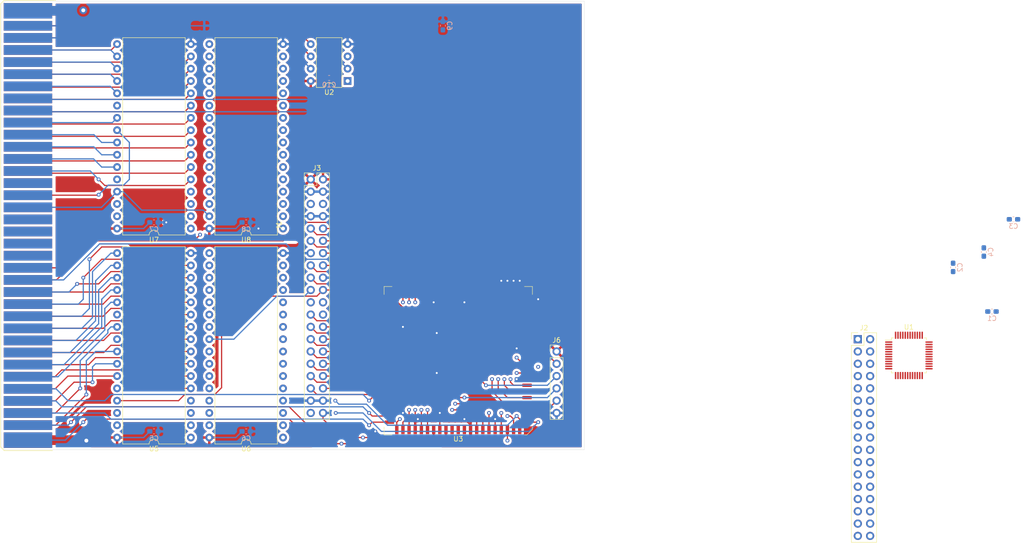
<source format=kicad_pcb>
(kicad_pcb (version 20171130) (host pcbnew "(5.1.10)-1")
  (layers (0 F.Cu signal) (1 In1.Cu signal) (2 In2.Cu signal) (31 B.Cu signal) (34 B.Paste user) (35 F.Paste user) (36 B.SilkS user) (37 F.SilkS user) (38 B.Mask user) (39 F.Mask user) (44 Edge.Cuts user))
  (net 0 "")
  (net 1 /GND)
  (net 2 /CIC_CLK)
  (net 3 /CIC_RST)
  (net 4 /PPU_D4)
  (net 5 /PPU_D5)
  (net 6 /PPU_D6)
  (net 7 /PPU_D7)
  (net 8 /PPU_A13)
  (net 9 /PPU_A12)
  (net 10 /PPU_A10)
  (net 11 /PPU_A11)
  (net 12 /PPU_A9)
  (net 13 /PPU_A8)
  (net 14 /PPU_A7)
  (net 15 /PPU_~A13)
  (net 16 /CIRAM_~CE)
  (net 17 /PPU_~WR)
  (net 18 /EXP_5)
  (net 19 /EXP_6)
  (net 20 /EXP_7)
  (net 21 /EXP_8)
  (net 22 /EXP_9)
  (net 23 /~ROMSEL)
  (net 24 /CPU_D0)
  (net 25 /CPU_D1)
  (net 26 /CPU_D2)
  (net 27 /CPU_D3)
  (net 28 /CPU_D4)
  (net 29 /CPU_D5)
  (net 30 /CPU_D6)
  (net 31 /CPU_D7)
  (net 32 /CPU_A14)
  (net 33 /CPU_A13)
  (net 34 /CPU_A12)
  (net 35 /M2)
  (net 36 /SYSCLK)
  (net 37 /+5V)
  (net 38 /CIC_MISO)
  (net 39 /CIC_MOSI)
  (net 40 /PPU_D3)
  (net 41 /PPU_D2)
  (net 42 /PPU_D1)
  (net 43 /PPU_D0)
  (net 44 /PPU_A0)
  (net 45 /PPU_A1)
  (net 46 /PPU_A2)
  (net 47 /PPU_A3)
  (net 48 /PPU_A4)
  (net 49 /PPU_A5)
  (net 50 /PPU_A6)
  (net 51 /CIRAM_A10)
  (net 52 /PPU_~RD)
  (net 53 /EXP_4)
  (net 54 /EXP_3)
  (net 55 /EXP_2)
  (net 56 /EXP_1)
  (net 57 /EXP_0)
  (net 58 /~IRQ)
  (net 59 /CPU_R~W)
  (net 60 /CPU_A0)
  (net 61 /CPU_A1)
  (net 62 /CPU_A2)
  (net 63 /CPU_A3)
  (net 64 /CPU_A4)
  (net 65 /CPU_A5)
  (net 66 /CPU_A6)
  (net 67 /CPU_A7)
  (net 68 /CPU_A8)
  (net 69 /CPU_A9)
  (net 70 /CPU_A10)
  (net 71 /CPU_A11)
  (net 72 "Net-(J2-Pad6)")
  (net 73 "Net-(J2-Pad4)")
  (net 74 /~PRG_WE)
  (net 75 /~PRG_OE)
  (net 76 /~IOSEL2)
  (net 77 /~DEVSEL2)
  (net 78 /~DEVSEL3)
  (net 79 /~IOSEL3)
  (net 80 /~IOSEL1)
  (net 81 /~DEVSEL1)
  (net 82 /~DEVSEL0)
  (net 83 /~IOSEL0)
  (net 84 /TDO)
  (net 85 /TCK)
  (net 86 /TMS)
  (net 87 /TDI)
  (net 88 "Net-(U2-Pad3)")
  (net 89 "Net-(U2-Pad1)")
  (net 90 /~ROM_CE)
  (net 91 /~RAM_CE)
  (net 92 /MMU_A12)
  (net 93 /MMU_A13)
  (net 94 /MMU_A14)
  (net 95 /MMU_A15)
  (net 96 /MMU_A16)
  (net 97 /MMU_A17)
  (net 98 /MMU_A18)
  (net 99 /PMU_A12)
  (net 100 /PMU_A13)
  (net 101 /PMU_A14)
  (net 102 /PMU_A15)
  (net 103 /PMU_A16)
  (net 104 /PMU_A17)
  (net 105 /PMU_A18)
  (net 106 /~CHR_RAM_CE)
  (net 107 /~CHR_ROM_CE)
  (net 108 "Net-(U3-Pad84)")
  (net 109 "Net-(U3-Pad1)")
  (net 110 "Net-(U3-Pad30)")
  (net 111 "Net-(U3-Pad29)")
  (net 112 "Net-(U3-Pad28)")
  (net 113 "Net-(U3-Pad27)")
  (net 114 "Net-(U3-Pad25)")
  (net 115 "Net-(U3-Pad2)")
  (net 116 /FDC/FLP_~DSKCHG)
  (net 117 /FDC/GND)
  (net 118 /FDC/FLP_~HDSEL)
  (net 119 /FDC/FLP_~RDATA)
  (net 120 /FDC/FLP_~WRTPRT)
  (net 121 /FDC/FLP_~TRK0)
  (net 122 /FDC/FLP_~WGATE)
  (net 123 /FDC/FLP_~WDATA)
  (net 124 /FDC/FLP_~STEP)
  (net 125 /FDC/FLP_~DIR)
  (net 126 /FDC/FLP_~MTR1)
  (net 127 /FDC/FLP_~DS0)
  (net 128 /FDC/FLP_~DS1)
  (net 129 /FDC/FLP_~MTR0)
  (net 130 /FDC/FLP_~INDEX)
  (net 131 /FDC/FLP_DENSEL)
  (net 132 "Net-(U1-Pad48)")
  (net 133 /FDC/~PRG_WE)
  (net 134 /FDC/~PRG_OE)
  (net 135 /FDC/~FDCSEL)
  (net 136 /FDC/CPU_A0)
  (net 137 /FDC/CPU_A1)
  (net 138 /FDC/CPU_A2)
  (net 139 /FDC/CLK24)
  (net 140 "Net-(U1-Pad39)")
  (net 141 /FDC/FDC_RST)
  (net 142 /FDC/+5V)
  (net 143 /FDC/FLP_MEDIA_ID1)
  (net 144 /FDC/FLP_MEDIA_ID0)
  (net 145 /FDC/FLP_DRVDEN1)
  (net 146 /FDC/FLP_DRVDEN0)
  (net 147 /FDC/FDC_TC)
  (net 148 /FDC/FDC_IRQ)
  (net 149 /FDC/CPU_D7)
  (net 150 /FDC/CPU_D6)
  (net 151 /FDC/CPU_D5)
  (net 152 /FDC/CPU_D4)
  (net 153 /FDC/CPU_D3)
  (net 154 /FDC/CPU_D2)
  (net 155 /FDC/CPU_D1)
  (net 156 /FDC/CPU_D0)
  (module Package_QFP:LQFP-48_7x7mm_P0.5mm (layer F.Cu) (at 257.565 125.27)
    (fp_text reference U1 (at 0 -5.85) (layer F.SilkS))
    (fp_text value FDC37C78)
    (pad 48 smd roundrect (at -2.75 -4.1625) (size 0.3 1.475) (layers F.Cu F.Paste F.Mask) (net 132 "Net-(U1-Pad48)"))
    (pad 47 smd roundrect (at -2.25 -4.1625) (size 0.3 1.475) (layers F.Cu F.Paste F.Mask) (net 133 /FDC/~PRG_WE))
    (pad 46 smd roundrect (at -1.75 -4.1625) (size 0.3 1.475) (layers F.Cu F.Paste F.Mask) (net 134 /FDC/~PRG_OE))
    (pad 45 smd roundrect (at -1.25 -4.1625) (size 0.3 1.475) (layers F.Cu F.Paste F.Mask) (net 135 /FDC/~FDCSEL))
    (pad 44 smd roundrect (at -0.75 -4.1625) (size 0.3 1.475) (layers F.Cu F.Paste F.Mask) (net 136 /FDC/CPU_A0))
    (pad 43 smd roundrect (at -0.25 -4.1625) (size 0.3 1.475) (layers F.Cu F.Paste F.Mask) (net 137 /FDC/CPU_A1))
    (pad 42 smd roundrect (at 0.25 -4.1625) (size 0.3 1.475) (layers F.Cu F.Paste F.Mask) (net 138 /FDC/CPU_A2))
    (pad 41 smd roundrect (at 0.75 -4.1625) (size 0.3 1.475) (layers F.Cu F.Paste F.Mask) (net 117 /FDC/GND))
    (pad 40 smd roundrect (at 1.25 -4.1625) (size 0.3 1.475) (layers F.Cu F.Paste F.Mask) (net 139 /FDC/CLK24))
    (pad 39 smd roundrect (at 1.75 -4.1625) (size 0.3 1.475) (layers F.Cu F.Paste F.Mask) (net 140 "Net-(U1-Pad39)"))
    (pad 38 smd roundrect (at 2.25 -4.1625) (size 0.3 1.475) (layers F.Cu F.Paste F.Mask) (net 141 /FDC/FDC_RST))
    (pad 37 smd roundrect (at 2.75 -4.1625) (size 0.3 1.475) (layers F.Cu F.Paste F.Mask) (net 127 /FDC/FLP_~DS0))
    (pad 36 smd roundrect (at 4.1625 -2.75) (size 1.475 0.3) (layers F.Cu F.Paste F.Mask) (net 129 /FDC/FLP_~MTR0))
    (pad 35 smd roundrect (at 4.1625 -2.25) (size 1.475 0.3) (layers F.Cu F.Paste F.Mask) (net 128 /FDC/FLP_~DS1))
    (pad 34 smd roundrect (at 4.1625 -1.75) (size 1.475 0.3) (layers F.Cu F.Paste F.Mask) (net 126 /FDC/FLP_~MTR1))
    (pad 33 smd roundrect (at 4.1625 -1.25) (size 1.475 0.3) (layers F.Cu F.Paste F.Mask) (net 125 /FDC/FLP_~DIR))
    (pad 32 smd roundrect (at 4.1625 -0.75) (size 1.475 0.3) (layers F.Cu F.Paste F.Mask) (net 142 /FDC/+5V))
    (pad 31 smd roundrect (at 4.1625 -0.25) (size 1.475 0.3) (layers F.Cu F.Paste F.Mask) (net 124 /FDC/FLP_~STEP))
    (pad 30 smd roundrect (at 4.1625 0.25) (size 1.475 0.3) (layers F.Cu F.Paste F.Mask) (net 117 /FDC/GND))
    (pad 29 smd roundrect (at 4.1625 0.75) (size 1.475 0.3) (layers F.Cu F.Paste F.Mask) (net 118 /FDC/FLP_~HDSEL))
    (pad 28 smd roundrect (at 4.1625 1.25) (size 1.475 0.3) (layers F.Cu F.Paste F.Mask) (net 122 /FDC/FLP_~WGATE))
    (pad 27 smd roundrect (at 4.1625 1.75) (size 1.475 0.3) (layers F.Cu F.Paste F.Mask) (net 123 /FDC/FLP_~WDATA))
    (pad 26 smd roundrect (at 4.1625 2.25) (size 1.475 0.3) (layers F.Cu F.Paste F.Mask) (net 143 /FDC/FLP_MEDIA_ID1))
    (pad 25 smd roundrect (at 4.1625 2.75) (size 1.475 0.3) (layers F.Cu F.Paste F.Mask) (net 144 /FDC/FLP_MEDIA_ID0))
    (pad 24 smd roundrect (at 2.75 4.1625) (size 0.3 1.475) (layers F.Cu F.Paste F.Mask) (net 131 /FDC/FLP_DENSEL))
    (pad 23 smd roundrect (at 2.25 4.1625) (size 0.3 1.475) (layers F.Cu F.Paste F.Mask) (net 145 /FDC/FLP_DRVDEN1))
    (pad 22 smd roundrect (at 1.75 4.1625) (size 0.3 1.475) (layers F.Cu F.Paste F.Mask) (net 146 /FDC/FLP_DRVDEN0))
    (pad 21 smd roundrect (at 1.25 4.1625) (size 0.3 1.475) (layers F.Cu F.Paste F.Mask) (net 119 /FDC/FLP_~RDATA))
    (pad 20 smd roundrect (at 0.75 4.1625) (size 0.3 1.475) (layers F.Cu F.Paste F.Mask) (net 116 /FDC/FLP_~DSKCHG))
    (pad 19 smd roundrect (at 0.25 4.1625) (size 0.3 1.475) (layers F.Cu F.Paste F.Mask) (net 142 /FDC/+5V))
    (pad 18 smd roundrect (at -0.25 4.1625) (size 0.3 1.475) (layers F.Cu F.Paste F.Mask) (net 117 /FDC/GND))
    (pad 17 smd roundrect (at -0.75 4.1625) (size 0.3 1.475) (layers F.Cu F.Paste F.Mask) (net 120 /FDC/FLP_~WRTPRT))
    (pad 16 smd roundrect (at -1.25 4.1625) (size 0.3 1.475) (layers F.Cu F.Paste F.Mask) (net 130 /FDC/FLP_~INDEX))
    (pad 15 smd roundrect (at -1.75 4.1625) (size 0.3 1.475) (layers F.Cu F.Paste F.Mask) (net 121 /FDC/FLP_~TRK0))
    (pad 14 smd roundrect (at -2.25 4.1625) (size 0.3 1.475) (layers F.Cu F.Paste F.Mask) (net 147 /FDC/FDC_TC))
    (pad 13 smd roundrect (at -2.75 4.1625) (size 0.3 1.475) (layers F.Cu F.Paste F.Mask) (net 148 /FDC/FDC_IRQ))
    (pad 12 smd roundrect (at -4.1625 2.75) (size 1.475 0.3) (layers F.Cu F.Paste F.Mask) (net 142 /FDC/+5V))
    (pad 11 smd roundrect (at -4.1625 2.25) (size 1.475 0.3) (layers F.Cu F.Paste F.Mask) (net 149 /FDC/CPU_D7))
    (pad 10 smd roundrect (at -4.1625 1.75) (size 1.475 0.3) (layers F.Cu F.Paste F.Mask) (net 150 /FDC/CPU_D6))
    (pad 9 smd roundrect (at -4.1625 1.25) (size 1.475 0.3) (layers F.Cu F.Paste F.Mask) (net 151 /FDC/CPU_D5))
    (pad 8 smd roundrect (at -4.1625 0.75) (size 1.475 0.3) (layers F.Cu F.Paste F.Mask) (net 152 /FDC/CPU_D4))
    (pad 7 smd roundrect (at -4.1625 0.25) (size 1.475 0.3) (layers F.Cu F.Paste F.Mask) (net 142 /FDC/+5V))
    (pad 6 smd roundrect (at -4.1625 -0.25) (size 1.475 0.3) (layers F.Cu F.Paste F.Mask) (net 117 /FDC/GND))
    (pad 5 smd roundrect (at -4.1625 -0.75) (size 1.475 0.3) (layers F.Cu F.Paste F.Mask) (net 153 /FDC/CPU_D3))
    (pad 4 smd roundrect (at -4.1625 -1.25) (size 1.475 0.3) (layers F.Cu F.Paste F.Mask) (net 154 /FDC/CPU_D2))
    (pad 3 smd roundrect (at -4.1625 -1.75) (size 1.475 0.3) (layers F.Cu F.Paste F.Mask) (net 155 /FDC/CPU_D1))
    (pad 2 smd roundrect (at -4.1625 -2.25) (size 1.475 0.3) (layers F.Cu F.Paste F.Mask) (net 156 /FDC/CPU_D0))
    (pad 1 smd roundrect (at -4.1625 -2.75) (size 1.475 0.3) (layers F.Cu F.Paste F.Mask) (net 142 /FDC/+5V))
  )
  (module Connector_PinHeader_2.54mm:PinHeader_2x17_P2.54mm_Vertical (layer F.Cu) (at 247.015 121.92)
    (fp_text reference J2 (at 1.27 -2.33) (layer F.SilkS))
    (fp_text value Floppy)
    (pad 34 thru_hole oval (at 2.54 40.64) (size 1.7 1.7) (drill 1) (layers *.Cu *.Mask) (net 116 /FDC/FLP_~DSKCHG))
    (pad 33 thru_hole oval (at 0 40.64) (size 1.7 1.7) (drill 1) (layers *.Cu *.Mask) (net 117 /FDC/GND))
    (pad 32 thru_hole oval (at 2.54 38.1) (size 1.7 1.7) (drill 1) (layers *.Cu *.Mask) (net 118 /FDC/FLP_~HDSEL))
    (pad 31 thru_hole oval (at 0 38.1) (size 1.7 1.7) (drill 1) (layers *.Cu *.Mask) (net 117 /FDC/GND))
    (pad 30 thru_hole oval (at 2.54 35.56) (size 1.7 1.7) (drill 1) (layers *.Cu *.Mask) (net 119 /FDC/FLP_~RDATA))
    (pad 29 thru_hole oval (at 0 35.56) (size 1.7 1.7) (drill 1) (layers *.Cu *.Mask) (net 117 /FDC/GND))
    (pad 28 thru_hole oval (at 2.54 33.02) (size 1.7 1.7) (drill 1) (layers *.Cu *.Mask) (net 120 /FDC/FLP_~WRTPRT))
    (pad 27 thru_hole oval (at 0 33.02) (size 1.7 1.7) (drill 1) (layers *.Cu *.Mask) (net 117 /FDC/GND))
    (pad 26 thru_hole oval (at 2.54 30.48) (size 1.7 1.7) (drill 1) (layers *.Cu *.Mask) (net 121 /FDC/FLP_~TRK0))
    (pad 25 thru_hole oval (at 0 30.48) (size 1.7 1.7) (drill 1) (layers *.Cu *.Mask) (net 117 /FDC/GND))
    (pad 24 thru_hole oval (at 2.54 27.94) (size 1.7 1.7) (drill 1) (layers *.Cu *.Mask) (net 122 /FDC/FLP_~WGATE))
    (pad 23 thru_hole oval (at 0 27.94) (size 1.7 1.7) (drill 1) (layers *.Cu *.Mask) (net 117 /FDC/GND))
    (pad 22 thru_hole oval (at 2.54 25.4) (size 1.7 1.7) (drill 1) (layers *.Cu *.Mask) (net 123 /FDC/FLP_~WDATA))
    (pad 21 thru_hole oval (at 0 25.4) (size 1.7 1.7) (drill 1) (layers *.Cu *.Mask) (net 117 /FDC/GND))
    (pad 20 thru_hole oval (at 2.54 22.86) (size 1.7 1.7) (drill 1) (layers *.Cu *.Mask) (net 124 /FDC/FLP_~STEP))
    (pad 19 thru_hole oval (at 0 22.86) (size 1.7 1.7) (drill 1) (layers *.Cu *.Mask) (net 117 /FDC/GND))
    (pad 18 thru_hole oval (at 2.54 20.32) (size 1.7 1.7) (drill 1) (layers *.Cu *.Mask) (net 125 /FDC/FLP_~DIR))
    (pad 17 thru_hole oval (at 0 20.32) (size 1.7 1.7) (drill 1) (layers *.Cu *.Mask) (net 117 /FDC/GND))
    (pad 16 thru_hole oval (at 2.54 17.78) (size 1.7 1.7) (drill 1) (layers *.Cu *.Mask) (net 126 /FDC/FLP_~MTR1))
    (pad 15 thru_hole oval (at 0 17.78) (size 1.7 1.7) (drill 1) (layers *.Cu *.Mask) (net 117 /FDC/GND))
    (pad 14 thru_hole oval (at 2.54 15.24) (size 1.7 1.7) (drill 1) (layers *.Cu *.Mask) (net 127 /FDC/FLP_~DS0))
    (pad 13 thru_hole oval (at 0 15.24) (size 1.7 1.7) (drill 1) (layers *.Cu *.Mask) (net 117 /FDC/GND))
    (pad 12 thru_hole oval (at 2.54 12.7) (size 1.7 1.7) (drill 1) (layers *.Cu *.Mask) (net 128 /FDC/FLP_~DS1))
    (pad 11 thru_hole oval (at 0 12.7) (size 1.7 1.7) (drill 1) (layers *.Cu *.Mask) (net 117 /FDC/GND))
    (pad 10 thru_hole oval (at 2.54 10.16) (size 1.7 1.7) (drill 1) (layers *.Cu *.Mask) (net 129 /FDC/FLP_~MTR0))
    (pad 9 thru_hole oval (at 0 10.16) (size 1.7 1.7) (drill 1) (layers *.Cu *.Mask) (net 117 /FDC/GND))
    (pad 8 thru_hole oval (at 2.54 7.62) (size 1.7 1.7) (drill 1) (layers *.Cu *.Mask) (net 130 /FDC/FLP_~INDEX))
    (pad 7 thru_hole oval (at 0 7.62) (size 1.7 1.7) (drill 1) (layers *.Cu *.Mask) (net 117 /FDC/GND))
    (pad 6 thru_hole oval (at 2.54 5.08) (size 1.7 1.7) (drill 1) (layers *.Cu *.Mask) (net 72 "Net-(J2-Pad6)"))
    (pad 5 thru_hole oval (at 0 5.08) (size 1.7 1.7) (drill 1) (layers *.Cu *.Mask) (net 117 /FDC/GND))
    (pad 4 thru_hole oval (at 2.54 2.54) (size 1.7 1.7) (drill 1) (layers *.Cu *.Mask) (net 73 "Net-(J2-Pad4)"))
    (pad 3 thru_hole oval (at 0 2.54) (size 1.7 1.7) (drill 1) (layers *.Cu *.Mask) (net 117 /FDC/GND))
    (pad 2 thru_hole oval (at 2.54 0) (size 1.7 1.7) (drill 1) (layers *.Cu *.Mask) (net 131 /FDC/FLP_DENSEL))
    (pad 1 thru_hole rect (at 0 0) (size 1.7 1.7) (drill 1) (layers *.Cu *.Mask) (net 117 /FDC/GND))
  )
  (module Package_DIP:DIP-8_W7.62mm (layer F.Cu) (at 141.605 68.58 180)
    (fp_text reference U2 (at 3.81 -2.33) (layer F.SilkS))
    (fp_text value "CLONE CIC")
    (pad 8 thru_hole oval (at 7.62 0 180) (size 1.6 1.6) (drill 0.8) (layers *.Cu *.Mask) (net 37 /+5V))
    (pad 4 thru_hole oval (at 0 7.62 180) (size 1.6 1.6) (drill 0.8) (layers *.Cu *.Mask) (net 1 /GND))
    (pad 7 thru_hole oval (at 7.62 2.54 180) (size 1.6 1.6) (drill 0.8) (layers *.Cu *.Mask) (net 3 /CIC_RST))
    (pad 3 thru_hole oval (at 0 5.08 180) (size 1.6 1.6) (drill 0.8) (layers *.Cu *.Mask) (net 88 "Net-(U2-Pad3)"))
    (pad 6 thru_hole oval (at 7.62 5.08 180) (size 1.6 1.6) (drill 0.8) (layers *.Cu *.Mask) (net 39 /CIC_MOSI))
    (pad 2 thru_hole oval (at 0 2.54 180) (size 1.6 1.6) (drill 0.8) (layers *.Cu *.Mask) (net 2 /CIC_CLK))
    (pad 5 thru_hole oval (at 7.62 7.62 180) (size 1.6 1.6) (drill 0.8) (layers *.Cu *.Mask) (net 38 /CIC_MISO))
    (pad 1 thru_hole rect (at 0 0 180) (size 1.6 1.6) (drill 0.8) (layers *.Cu *.Mask) (net 89 "Net-(U2-Pad1)"))
  )
  (module nes:NES_CART (layer F.Cu) (at 80.645 98.425 270)
    (fp_text reference J1 (at 0 -46.78 270) (layer F.SilkS))
    (fp_text value NESCART hide)
    (pad 36 smd rect (at -44.35 5.08 270) (size 3.2 10) (layers F.Cu F.Paste F.Mask) (net 37 /+5V))
    (pad 37 smd rect (at 44.35 5.08 90) (size 3.2 10) (layers B.Cu B.Paste B.Mask) (net 36 /SYSCLK))
    (pad 35 smd rect (at -41.25 5.08 270) (size 2 10) (layers F.Cu F.Paste F.Mask) (net 38 /CIC_MISO))
    (pad 38 smd rect (at 41.25 5.08 90) (size 2 10) (layers B.Cu B.Paste B.Mask) (net 35 /M2))
    (pad 34 smd rect (at -38.75 5.08 270) (size 2 10) (layers F.Cu F.Paste F.Mask) (net 39 /CIC_MOSI))
    (pad 39 smd rect (at 38.75 5.08 90) (size 2 10) (layers B.Cu B.Paste B.Mask) (net 34 /CPU_A12))
    (pad 33 smd rect (at -36.25 5.08 270) (size 2 10) (layers F.Cu F.Paste F.Mask) (net 40 /PPU_D3))
    (pad 40 smd rect (at 36.25 5.08 90) (size 2 10) (layers B.Cu B.Paste B.Mask) (net 33 /CPU_A13))
    (pad 32 smd rect (at -33.75 5.08 270) (size 2 10) (layers F.Cu F.Paste F.Mask) (net 41 /PPU_D2))
    (pad 41 smd rect (at 33.75 5.08 90) (size 2 10) (layers B.Cu B.Paste B.Mask) (net 32 /CPU_A14))
    (pad 31 smd rect (at -31.25 5.08 270) (size 2 10) (layers F.Cu F.Paste F.Mask) (net 42 /PPU_D1))
    (pad 42 smd rect (at 31.25 5.08 90) (size 2 10) (layers B.Cu B.Paste B.Mask) (net 31 /CPU_D7))
    (pad 30 smd rect (at -28.75 5.08 270) (size 2 10) (layers F.Cu F.Paste F.Mask) (net 43 /PPU_D0))
    (pad 43 smd rect (at 28.75 5.08 90) (size 2 10) (layers B.Cu B.Paste B.Mask) (net 30 /CPU_D6))
    (pad 29 smd rect (at -26.25 5.08 270) (size 2 10) (layers F.Cu F.Paste F.Mask) (net 44 /PPU_A0))
    (pad 44 smd rect (at 26.25 5.08 90) (size 2 10) (layers B.Cu B.Paste B.Mask) (net 29 /CPU_D5))
    (pad 28 smd rect (at -23.75 5.08 270) (size 2 10) (layers F.Cu F.Paste F.Mask) (net 45 /PPU_A1))
    (pad 45 smd rect (at 23.75 5.08 90) (size 2 10) (layers B.Cu B.Paste B.Mask) (net 28 /CPU_D4))
    (pad 27 smd rect (at -21.25 5.08 270) (size 2 10) (layers F.Cu F.Paste F.Mask) (net 46 /PPU_A2))
    (pad 46 smd rect (at 21.25 5.08 90) (size 2 10) (layers B.Cu B.Paste B.Mask) (net 27 /CPU_D3))
    (pad 26 smd rect (at -18.75 5.08 270) (size 2 10) (layers F.Cu F.Paste F.Mask) (net 47 /PPU_A3))
    (pad 47 smd rect (at 18.75 5.08 90) (size 2 10) (layers B.Cu B.Paste B.Mask) (net 26 /CPU_D2))
    (pad 25 smd rect (at -16.25 5.08 270) (size 2 10) (layers F.Cu F.Paste F.Mask) (net 48 /PPU_A4))
    (pad 48 smd rect (at 16.25 5.08 90) (size 2 10) (layers B.Cu B.Paste B.Mask) (net 25 /CPU_D1))
    (pad 24 smd rect (at -13.75 5.08 270) (size 2 10) (layers F.Cu F.Paste F.Mask) (net 49 /PPU_A5))
    (pad 49 smd rect (at 13.75 5.08 90) (size 2 10) (layers B.Cu B.Paste B.Mask) (net 24 /CPU_D0))
    (pad 23 smd rect (at -11.25 5.08 270) (size 2 10) (layers F.Cu F.Paste F.Mask) (net 50 /PPU_A6))
    (pad 50 smd rect (at 11.25 5.08 90) (size 2 10) (layers B.Cu B.Paste B.Mask) (net 23 /~ROMSEL))
    (pad 22 smd rect (at -8.75 5.08 270) (size 2 10) (layers F.Cu F.Paste F.Mask) (net 51 /CIRAM_A10))
    (pad 51 smd rect (at 8.75 5.08 90) (size 2 10) (layers B.Cu B.Paste B.Mask) (net 22 /EXP_9))
    (pad 21 smd rect (at -6.25 5.08 270) (size 2 10) (layers F.Cu F.Paste F.Mask) (net 52 /PPU_~RD))
    (pad 52 smd rect (at 6.25 5.08 90) (size 2 10) (layers B.Cu B.Paste B.Mask) (net 21 /EXP_8))
    (pad 20 smd rect (at -3.75 5.08 270) (size 2 10) (layers F.Cu F.Paste F.Mask) (net 53 /EXP_4))
    (pad 53 smd rect (at 3.75 5.08 90) (size 2 10) (layers B.Cu B.Paste B.Mask) (net 20 /EXP_7))
    (pad 19 smd rect (at -1.27 5.08 270) (size 2 10) (layers F.Cu F.Paste F.Mask) (net 54 /EXP_3))
    (pad 54 smd rect (at 1.25 5.08 90) (size 2 10) (layers B.Cu B.Paste B.Mask) (net 19 /EXP_6))
    (pad 18 smd rect (at 1.25 5.08 270) (size 2 10) (layers F.Cu F.Paste F.Mask) (net 55 /EXP_2))
    (pad 55 smd rect (at -1.25 5.08 90) (size 2 10) (layers B.Cu B.Paste B.Mask) (net 18 /EXP_5))
    (pad 17 smd rect (at 3.75 5.08 270) (size 2 10) (layers F.Cu F.Paste F.Mask) (net 56 /EXP_1))
    (pad 56 smd rect (at -3.75 5.08 90) (size 2 10) (layers B.Cu B.Paste B.Mask) (net 17 /PPU_~WR))
    (pad 16 smd rect (at 6.25 5.08 270) (size 2 10) (layers F.Cu F.Paste F.Mask) (net 57 /EXP_0))
    (pad 57 smd rect (at -6.25 5.08 90) (size 2 10) (layers B.Cu B.Paste B.Mask) (net 16 /CIRAM_~CE))
    (pad 15 smd rect (at 8.75 5.08 270) (size 2 10) (layers F.Cu F.Paste F.Mask) (net 58 /~IRQ))
    (pad 58 smd rect (at -8.75 5.08 90) (size 2 10) (layers B.Cu B.Paste B.Mask) (net 15 /PPU_~A13))
    (pad 14 smd rect (at 11.25 5.08 270) (size 2 10) (layers F.Cu F.Paste F.Mask) (net 59 /CPU_R~W))
    (pad 59 smd rect (at -11.25 5.08 90) (size 2 10) (layers B.Cu B.Paste B.Mask) (net 14 /PPU_A7))
    (pad 13 smd rect (at 13.75 5.08 270) (size 2 10) (layers F.Cu F.Paste F.Mask) (net 60 /CPU_A0))
    (pad 60 smd rect (at -13.75 5.08 90) (size 2 10) (layers B.Cu B.Paste B.Mask) (net 13 /PPU_A8))
    (pad 12 smd rect (at 16.25 5.08 270) (size 2 10) (layers F.Cu F.Paste F.Mask) (net 61 /CPU_A1))
    (pad 61 smd rect (at -16.25 5.08 90) (size 2 10) (layers B.Cu B.Paste B.Mask) (net 12 /PPU_A9))
    (pad 11 smd rect (at 18.75 5.08 270) (size 2 10) (layers F.Cu F.Paste F.Mask) (net 62 /CPU_A2))
    (pad 62 smd rect (at -18.75 5.08 90) (size 2 10) (layers B.Cu B.Paste B.Mask) (net 11 /PPU_A11))
    (pad 10 smd rect (at 21.25 5.08 270) (size 2 10) (layers F.Cu F.Paste F.Mask) (net 63 /CPU_A3))
    (pad 63 smd rect (at -21.25 5.08 90) (size 2 10) (layers B.Cu B.Paste B.Mask) (net 10 /PPU_A10))
    (pad 9 smd rect (at 23.75 5.08 270) (size 2 10) (layers F.Cu F.Paste F.Mask) (net 64 /CPU_A4))
    (pad 64 smd rect (at -23.75 5.08 90) (size 2 10) (layers B.Cu B.Paste B.Mask) (net 9 /PPU_A12))
    (pad 8 smd rect (at 26.25 5.08 270) (size 2 10) (layers F.Cu F.Paste F.Mask) (net 65 /CPU_A5))
    (pad 65 smd rect (at -26.25 5.08 90) (size 2 10) (layers B.Cu B.Paste B.Mask) (net 8 /PPU_A13))
    (pad 7 smd rect (at 28.75 5.08 270) (size 2 10) (layers F.Cu F.Paste F.Mask) (net 66 /CPU_A6))
    (pad 66 smd rect (at -28.75 5.08 90) (size 2 10) (layers B.Cu B.Paste B.Mask) (net 7 /PPU_D7))
    (pad 6 smd rect (at 31.25 5.08 270) (size 2 10) (layers F.Cu F.Paste F.Mask) (net 67 /CPU_A7))
    (pad 67 smd rect (at -31.25 5.08 90) (size 2 10) (layers B.Cu B.Paste B.Mask) (net 6 /PPU_D6))
    (pad 5 smd rect (at 33.75 5.08 270) (size 2 10) (layers F.Cu F.Paste F.Mask) (net 68 /CPU_A8))
    (pad 68 smd rect (at -33.75 5.08 90) (size 2 10) (layers B.Cu B.Paste B.Mask) (net 5 /PPU_D5))
    (pad 4 smd rect (at 36.25 5.08 270) (size 2 10) (layers F.Cu F.Paste F.Mask) (net 69 /CPU_A9))
    (pad 69 smd rect (at -36.25 5.08 90) (size 2 10) (layers B.Cu B.Paste B.Mask) (net 4 /PPU_D4))
    (pad 3 smd rect (at 38.75 5.08 270) (size 2 10) (layers F.Cu F.Paste F.Mask) (net 70 /CPU_A10))
    (pad 70 smd rect (at -38.75 5.08 90) (size 2 10) (layers B.Cu B.Paste B.Mask) (net 3 /CIC_RST))
    (pad 2 smd rect (at 41.25 5.08 270) (size 2 10) (layers F.Cu F.Paste F.Mask) (net 71 /CPU_A11))
    (pad 71 smd rect (at -41.25 5.08 90) (size 2 10) (layers B.Cu B.Paste B.Mask) (net 2 /CIC_CLK))
    (pad 1 smd rect (at 44.35 5.08 270) (size 3.2 10) (layers F.Cu F.Paste F.Mask) (net 1 /GND))
    (pad 72 smd rect (at -44.35 5.08 90) (size 3.2 10) (layers B.Cu B.Paste B.Mask) (net 1 /GND))
  )
  (module Package_LCC:PLCC-84 (layer F.Cu) (at 164.465 126.365 180)
    (fp_text reference U3 (at 0 -16.175) (layer F.SilkS))
    (fp_text value ATF1508)
    (pad 74 smd rect (at 14.2125 -12.7 180) (size 1.925 0.7) (layers F.Cu F.Paste F.Mask) (net 34 /CPU_A12))
    (pad 73 smd rect (at 14.2125 -11.43 180) (size 1.925 0.7) (layers F.Cu F.Paste F.Mask) (net 33 /CPU_A13))
    (pad 72 smd rect (at 14.2125 -10.16 180) (size 1.925 0.7) (layers F.Cu F.Paste F.Mask) (net 1 /GND))
    (pad 71 smd rect (at 14.2125 -8.89 180) (size 1.925 0.7) (layers F.Cu F.Paste F.Mask) (net 84 /TDO))
    (pad 70 smd rect (at 14.2125 -7.62 180) (size 1.925 0.7) (layers F.Cu F.Paste F.Mask) (net 32 /CPU_A14))
    (pad 69 smd rect (at 14.2125 -6.35 180) (size 1.925 0.7) (layers F.Cu F.Paste F.Mask) (net 67 /CPU_A7))
    (pad 68 smd rect (at 14.2125 -5.08 180) (size 1.925 0.7) (layers F.Cu F.Paste F.Mask) (net 31 /CPU_D7))
    (pad 67 smd rect (at 14.2125 -3.81 180) (size 1.925 0.7) (layers F.Cu F.Paste F.Mask) (net 66 /CPU_A6))
    (pad 66 smd rect (at 14.2125 -2.54 180) (size 1.925 0.7) (layers F.Cu F.Paste F.Mask) (net 37 /+5V))
    (pad 65 smd rect (at 14.2125 -1.27 180) (size 1.925 0.7) (layers F.Cu F.Paste F.Mask) (net 30 /CPU_D6))
    (pad 64 smd rect (at 14.2125 0 180) (size 1.925 0.7) (layers F.Cu F.Paste F.Mask) (net 65 /CPU_A5))
    (pad 63 smd rect (at 14.2125 1.27 180) (size 1.925 0.7) (layers F.Cu F.Paste F.Mask) (net 29 /CPU_D5))
    (pad 62 smd rect (at 14.2125 2.54 180) (size 1.925 0.7) (layers F.Cu F.Paste F.Mask) (net 85 /TCK))
    (pad 61 smd rect (at 14.2125 3.81 180) (size 1.925 0.7) (layers F.Cu F.Paste F.Mask) (net 64 /CPU_A4))
    (pad 60 smd rect (at 14.2125 5.08 180) (size 1.925 0.7) (layers F.Cu F.Paste F.Mask) (net 28 /CPU_D4))
    (pad 59 smd rect (at 14.2125 6.35 180) (size 1.925 0.7) (layers F.Cu F.Paste F.Mask) (net 1 /GND))
    (pad 58 smd rect (at 14.2125 7.62 180) (size 1.925 0.7) (layers F.Cu F.Paste F.Mask) (net 63 /CPU_A3))
    (pad 57 smd rect (at 14.2125 8.89 180) (size 1.925 0.7) (layers F.Cu F.Paste F.Mask) (net 27 /CPU_D3))
    (pad 56 smd rect (at 14.2125 10.16 180) (size 1.925 0.7) (layers F.Cu F.Paste F.Mask) (net 62 /CPU_A2))
    (pad 55 smd rect (at 14.2125 11.43 180) (size 1.925 0.7) (layers F.Cu F.Paste F.Mask) (net 26 /CPU_D2))
    (pad 54 smd rect (at 14.2125 12.7 180) (size 1.925 0.7) (layers F.Cu F.Paste F.Mask) (net 61 /CPU_A1))
    (pad 53 smd rect (at 12.7 14.2125 180) (size 0.7 1.925) (layers F.Cu F.Paste F.Mask) (net 37 /+5V))
    (pad 52 smd rect (at 11.43 14.2125 180) (size 0.7 1.925) (layers F.Cu F.Paste F.Mask) (net 24 /CPU_D0))
    (pad 51 smd rect (at 10.16 14.2125 180) (size 0.7 1.925) (layers F.Cu F.Paste F.Mask) (net 60 /CPU_A0))
    (pad 50 smd rect (at 8.89 14.2125 180) (size 0.7 1.925) (layers F.Cu F.Paste F.Mask) (net 25 /CPU_D1))
    (pad 49 smd rect (at 7.62 14.2125 180) (size 0.7 1.925) (layers F.Cu F.Paste F.Mask) (net 74 /~PRG_WE))
    (pad 48 smd rect (at 6.35 14.2125 180) (size 0.7 1.925) (layers F.Cu F.Paste F.Mask) (net 76 /~IOSEL2))
    (pad 47 smd rect (at 5.08 14.2125 180) (size 0.7 1.925) (layers F.Cu F.Paste F.Mask) (net 1 /GND))
    (pad 46 smd rect (at 3.81 14.2125 180) (size 0.7 1.925) (layers F.Cu F.Paste F.Mask) (net 78 /~DEVSEL3))
    (pad 45 smd rect (at 2.54 14.2125 180) (size 0.7 1.925) (layers F.Cu F.Paste F.Mask) (net 77 /~DEVSEL2))
    (pad 44 smd rect (at 1.27 14.2125 180) (size 0.7 1.925) (layers F.Cu F.Paste F.Mask) (net 79 /~IOSEL3))
    (pad 43 smd rect (at 0 14.2125 180) (size 0.7 1.925) (layers F.Cu F.Paste F.Mask) (net 37 /+5V))
    (pad 42 smd rect (at -1.27 14.2125 180) (size 0.7 1.925) (layers F.Cu F.Paste F.Mask) (net 1 /GND))
    (pad 41 smd rect (at -2.54 14.2125 180) (size 0.7 1.925) (layers F.Cu F.Paste F.Mask) (net 81 /~DEVSEL1))
    (pad 40 smd rect (at -3.81 14.2125 180) (size 0.7 1.925) (layers F.Cu F.Paste F.Mask) (net 80 /~IOSEL1))
    (pad 39 smd rect (at -5.08 14.2125 180) (size 0.7 1.925) (layers F.Cu F.Paste F.Mask) (net 83 /~IOSEL0))
    (pad 38 smd rect (at -6.35 14.2125 180) (size 0.7 1.925) (layers F.Cu F.Paste F.Mask) (net 37 /+5V))
    (pad 37 smd rect (at -7.62 14.2125 180) (size 0.7 1.925) (layers F.Cu F.Paste F.Mask) (net 82 /~DEVSEL0))
    (pad 36 smd rect (at -8.89 14.2125 180) (size 0.7 1.925) (layers F.Cu F.Paste F.Mask) (net 106 /~CHR_RAM_CE))
    (pad 35 smd rect (at -10.16 14.2125 180) (size 0.7 1.925) (layers F.Cu F.Paste F.Mask) (net 107 /~CHR_ROM_CE))
    (pad 34 smd rect (at -11.43 14.2125 180) (size 0.7 1.925) (layers F.Cu F.Paste F.Mask) (net 9 /PPU_A12))
    (pad 33 smd rect (at -12.7 14.2125 180) (size 0.7 1.925) (layers F.Cu F.Paste F.Mask) (net 8 /PPU_A13))
    (pad 32 smd rect (at -14.2125 12.7 180) (size 1.925 0.7) (layers F.Cu F.Paste F.Mask) (net 1 /GND))
    (pad 31 smd rect (at -14.2125 11.43 180) (size 1.925 0.7) (layers F.Cu F.Paste F.Mask) (net 59 /CPU_R~W))
    (pad 30 smd rect (at -14.2125 10.16 180) (size 1.925 0.7) (layers F.Cu F.Paste F.Mask) (net 110 "Net-(U3-Pad30)"))
    (pad 29 smd rect (at -14.2125 8.89 180) (size 1.925 0.7) (layers F.Cu F.Paste F.Mask) (net 111 "Net-(U3-Pad29)"))
    (pad 28 smd rect (at -14.2125 7.62 180) (size 1.925 0.7) (layers F.Cu F.Paste F.Mask) (net 112 "Net-(U3-Pad28)"))
    (pad 27 smd rect (at -14.2125 6.35 180) (size 1.925 0.7) (layers F.Cu F.Paste F.Mask) (net 113 "Net-(U3-Pad27)"))
    (pad 26 smd rect (at -14.2125 5.08 180) (size 1.925 0.7) (layers F.Cu F.Paste F.Mask) (net 37 /+5V))
    (pad 25 smd rect (at -14.2125 3.81 180) (size 1.925 0.7) (layers F.Cu F.Paste F.Mask) (net 114 "Net-(U3-Pad25)"))
    (pad 24 smd rect (at -14.2125 2.54 180) (size 1.925 0.7) (layers F.Cu F.Paste F.Mask) (net 23 /~ROMSEL))
    (pad 23 smd rect (at -14.2125 1.27 180) (size 1.925 0.7) (layers F.Cu F.Paste F.Mask) (net 86 /TMS))
    (pad 22 smd rect (at -14.2125 0 180) (size 1.925 0.7) (layers F.Cu F.Paste F.Mask) (net 100 /PMU_A13))
    (pad 21 smd rect (at -14.2125 -1.27 180) (size 1.925 0.7) (layers F.Cu F.Paste F.Mask) (net 99 /PMU_A12))
    (pad 20 smd rect (at -14.2125 -2.54 180) (size 1.925 0.7) (layers F.Cu F.Paste F.Mask) (net 101 /PMU_A14))
    (pad 19 smd rect (at -14.2125 -3.81 180) (size 1.925 0.7) (layers F.Cu F.Paste F.Mask) (net 1 /GND))
    (pad 18 smd rect (at -14.2125 -5.08 180) (size 1.925 0.7) (layers F.Cu F.Paste F.Mask) (net 102 /PMU_A15))
    (pad 17 smd rect (at -14.2125 -6.35 180) (size 1.925 0.7) (layers F.Cu F.Paste F.Mask) (net 104 /PMU_A17))
    (pad 16 smd rect (at -14.2125 -7.62 180) (size 1.925 0.7) (layers F.Cu F.Paste F.Mask) (net 103 /PMU_A16))
    (pad 15 smd rect (at -14.2125 -8.89 180) (size 1.925 0.7) (layers F.Cu F.Paste F.Mask) (net 105 /PMU_A18))
    (pad 14 smd rect (at -14.2125 -10.16 180) (size 1.925 0.7) (layers F.Cu F.Paste F.Mask) (net 87 /TDI))
    (pad 13 smd rect (at -14.2125 -11.43 180) (size 1.925 0.7) (layers F.Cu F.Paste F.Mask) (net 37 /+5V))
    (pad 12 smd rect (at -14.2125 -12.7 180) (size 1.925 0.7) (layers F.Cu F.Paste F.Mask) (net 95 /MMU_A15))
    (pad 75 smd rect (at 12.7 -14.2125 180) (size 0.7 1.925) (layers F.Cu F.Paste F.Mask) (net 97 /MMU_A17))
    (pad 76 smd rect (at 11.43 -14.2125 180) (size 0.7 1.925) (layers F.Cu F.Paste F.Mask) (net 94 /MMU_A14))
    (pad 77 smd rect (at 10.16 -14.2125 180) (size 0.7 1.925) (layers F.Cu F.Paste F.Mask) (net 93 /MMU_A13))
    (pad 78 smd rect (at 8.89 -14.2125 180) (size 0.7 1.925) (layers F.Cu F.Paste F.Mask) (net 37 /+5V))
    (pad 79 smd rect (at 7.62 -14.2125 180) (size 0.7 1.925) (layers F.Cu F.Paste F.Mask) (net 68 /CPU_A8))
    (pad 80 smd rect (at 6.35 -14.2125 180) (size 0.7 1.925) (layers F.Cu F.Paste F.Mask) (net 69 /CPU_A9))
    (pad 81 smd rect (at 5.08 -14.2125 180) (size 0.7 1.925) (layers F.Cu F.Paste F.Mask) (net 35 /M2))
    (pad 82 smd rect (at 3.81 -14.2125 180) (size 0.7 1.925) (layers F.Cu F.Paste F.Mask) (net 1 /GND))
    (pad 83 smd rect (at 2.54 -14.2125 180) (size 0.7 1.925) (layers F.Cu F.Paste F.Mask) (net 36 /SYSCLK))
    (pad 84 smd rect (at 1.27 -14.2125 180) (size 0.7 1.925) (layers F.Cu F.Paste F.Mask) (net 108 "Net-(U3-Pad84)"))
    (pad 11 smd rect (at -12.7 -14.2125 180) (size 0.7 1.925) (layers F.Cu F.Paste F.Mask) (net 92 /MMU_A12))
    (pad 10 smd rect (at -11.43 -14.2125 180) (size 0.7 1.925) (layers F.Cu F.Paste F.Mask) (net 96 /MMU_A16))
    (pad 9 smd rect (at -10.16 -14.2125 180) (size 0.7 1.925) (layers F.Cu F.Paste F.Mask) (net 98 /MMU_A18))
    (pad 8 smd rect (at -8.89 -14.2125 180) (size 0.7 1.925) (layers F.Cu F.Paste F.Mask) (net 90 /~ROM_CE))
    (pad 7 smd rect (at -7.62 -14.2125 180) (size 0.7 1.925) (layers F.Cu F.Paste F.Mask) (net 1 /GND))
    (pad 6 smd rect (at -6.35 -14.2125 180) (size 0.7 1.925) (layers F.Cu F.Paste F.Mask) (net 70 /CPU_A10))
    (pad 5 smd rect (at -5.08 -14.2125 180) (size 0.7 1.925) (layers F.Cu F.Paste F.Mask) (net 75 /~PRG_OE))
    (pad 4 smd rect (at -3.81 -14.2125 180) (size 0.7 1.925) (layers F.Cu F.Paste F.Mask) (net 71 /CPU_A11))
    (pad 3 smd rect (at -2.54 -14.2125 180) (size 0.7 1.925) (layers F.Cu F.Paste F.Mask) (net 37 /+5V))
    (pad 2 smd rect (at -1.27 -14.2125 180) (size 0.7 1.925) (layers F.Cu F.Paste F.Mask) (net 115 "Net-(U3-Pad2)"))
    (pad 1 smd rect (at 0 -14.2125 180) (size 0.7 1.925) (layers F.Cu F.Paste F.Mask) (net 109 "Net-(U3-Pad1)"))
  )
  (module Capacitor_SMD:C_0603_1608Metric_Pad1.08x0.95mm_HandSolder (layer B.Cu) (at 137.795 67.945)
    (fp_text reference C10 (at 0 1.43) (layer B.SilkS) (effects (justify mirror)))
    (fp_text value 0.1uF)
    (pad 2 smd roundrect (at 0.8625 0) (size 1.075 0.95) (layers B.Cu B.Paste B.Mask) (net 1 /GND))
    (pad 1 smd roundrect (at -0.8625 0) (size 1.075 0.95) (layers B.Cu B.Paste B.Mask) (net 37 /+5V))
  )
  (module Capacitor_SMD:C_0603_1608Metric_Pad1.08x0.95mm_HandSolder (layer B.Cu) (at 161.29 57.15 90)
    (fp_text reference C9 (at 0 1.43 -90) (layer B.SilkS) (effects (justify mirror)))
    (fp_text value 0.1uF)
    (pad 2 smd roundrect (at 0.8625 0 90) (size 1.075 0.95) (layers B.Cu B.Paste B.Mask) (net 1 /GND))
    (pad 1 smd roundrect (at -0.8625 0 90) (size 1.075 0.95) (layers B.Cu B.Paste B.Mask) (net 37 /+5V))
  )
  (module Capacitor_SMD:C_0603_1608Metric_Pad1.08x0.95mm_HandSolder (layer B.Cu) (at 120.65 97.79)
    (fp_text reference C8 (at 0 1.43) (layer B.SilkS) (effects (justify mirror)))
    (fp_text value 0.1uF)
    (pad 2 smd roundrect (at 0.8625 0) (size 1.075 0.95) (layers B.Cu B.Paste B.Mask) (net 1 /GND))
    (pad 1 smd roundrect (at -0.8625 0) (size 1.075 0.95) (layers B.Cu B.Paste B.Mask) (net 37 /+5V))
  )
  (module Capacitor_SMD:C_0603_1608Metric_Pad1.08x0.95mm_HandSolder (layer B.Cu) (at 101.6 97.79)
    (fp_text reference C7 (at 0 1.43) (layer B.SilkS) (effects (justify mirror)))
    (fp_text value 0.1uF)
    (pad 2 smd roundrect (at 0.8625 0) (size 1.075 0.95) (layers B.Cu B.Paste B.Mask) (net 1 /GND))
    (pad 1 smd roundrect (at -0.8625 0) (size 1.075 0.95) (layers B.Cu B.Paste B.Mask) (net 37 /+5V))
  )
  (module Capacitor_SMD:C_0603_1608Metric_Pad1.08x0.95mm_HandSolder (layer B.Cu) (at 120.65 140.97)
    (fp_text reference C6 (at 0 1.43) (layer B.SilkS) (effects (justify mirror)))
    (fp_text value 0.1uF)
    (pad 2 smd roundrect (at 0.8625 0) (size 1.075 0.95) (layers B.Cu B.Paste B.Mask) (net 1 /GND))
    (pad 1 smd roundrect (at -0.8625 0) (size 1.075 0.95) (layers B.Cu B.Paste B.Mask) (net 37 /+5V))
  )
  (module Capacitor_SMD:C_0603_1608Metric_Pad1.08x0.95mm_HandSolder (layer B.Cu) (at 101.6 140.97)
    (fp_text reference C5 (at 0 1.43) (layer B.SilkS) (effects (justify mirror)))
    (fp_text value 0.1uF)
    (pad 2 smd roundrect (at 0.8625 0) (size 1.075 0.95) (layers B.Cu B.Paste B.Mask) (net 1 /GND))
    (pad 1 smd roundrect (at -0.8625 0) (size 1.075 0.95) (layers B.Cu B.Paste B.Mask) (net 37 /+5V))
  )
  (module Capacitor_SMD:C_0603_1608Metric_Pad1.08x0.95mm_HandSolder (layer B.Cu) (at 273.05 103.9125 90)
    (fp_text reference C4 (at 0 1.43 270) (layer B.SilkS) (effects (justify mirror)))
    (fp_text value 0.1uF)
    (pad 2 smd roundrect (at 0.8625 0 90) (size 1.075 0.95) (layers B.Cu B.Paste B.Mask) (net 1 /GND))
    (pad 1 smd roundrect (at -0.8625 0 90) (size 1.075 0.95) (layers B.Cu B.Paste B.Mask) (net 37 /+5V))
  )
  (module Capacitor_SMD:C_0603_1608Metric_Pad1.08x0.95mm_HandSolder (layer B.Cu) (at 279.1725 97.155)
    (fp_text reference C3 (at 0 1.43) (layer B.SilkS) (effects (justify mirror)))
    (fp_text value 0.1uF)
    (pad 2 smd roundrect (at 0.8625 0) (size 1.075 0.95) (layers B.Cu B.Paste B.Mask) (net 1 /GND))
    (pad 1 smd roundrect (at -0.8625 0) (size 1.075 0.95) (layers B.Cu B.Paste B.Mask) (net 37 /+5V))
  )
  (module Capacitor_SMD:C_0603_1608Metric_Pad1.08x0.95mm_HandSolder (layer B.Cu) (at 266.7 107.0875 90)
    (fp_text reference C2 (at 0 1.43 270) (layer B.SilkS) (effects (justify mirror)))
    (fp_text value 0.1uF)
    (pad 2 smd roundrect (at 0.8625 0 90) (size 1.075 0.95) (layers B.Cu B.Paste B.Mask) (net 1 /GND))
    (pad 1 smd roundrect (at -0.8625 0 90) (size 1.075 0.95) (layers B.Cu B.Paste B.Mask) (net 37 /+5V))
  )
  (module Capacitor_SMD:C_0603_1608Metric_Pad1.08x0.95mm_HandSolder (layer B.Cu) (at 274.7275 116.205)
    (fp_text reference C1 (at 0 1.43) (layer B.SilkS) (effects (justify mirror)))
    (fp_text value 0.1uF)
    (pad 2 smd roundrect (at 0.8625 0) (size 1.075 0.95) (layers B.Cu B.Paste B.Mask) (net 1 /GND))
    (pad 1 smd roundrect (at -0.8625 0) (size 1.075 0.95) (layers B.Cu B.Paste B.Mask) (net 37 /+5V))
  )
  (module Package_DIP:DIP-32_W15.24mm (layer F.Cu) (at 109.22 142.24 180)
    (fp_text reference U5 (at 7.62 -2.33) (layer F.SilkS))
    (fp_text value "512Kx8 SRAM PRG")
    (pad 32 thru_hole oval (at 15.24 0 180) (size 1.6 1.6) (drill 0.8) (layers *.Cu *.Mask) (net 37 /+5V))
    (pad 16 thru_hole oval (at 0 38.1 180) (size 1.6 1.6) (drill 0.8) (layers *.Cu *.Mask) (net 1 /GND))
    (pad 31 thru_hole oval (at 15.24 2.54 180) (size 1.6 1.6) (drill 0.8) (layers *.Cu *.Mask) (net 95 /MMU_A15))
    (pad 15 thru_hole oval (at 0 35.56 180) (size 1.6 1.6) (drill 0.8) (layers *.Cu *.Mask) (net 26 /CPU_D2))
    (pad 30 thru_hole oval (at 15.24 5.08 180) (size 1.6 1.6) (drill 0.8) (layers *.Cu *.Mask) (net 97 /MMU_A17))
    (pad 14 thru_hole oval (at 0 33.02 180) (size 1.6 1.6) (drill 0.8) (layers *.Cu *.Mask) (net 25 /CPU_D1))
    (pad 29 thru_hole oval (at 15.24 7.62 180) (size 1.6 1.6) (drill 0.8) (layers *.Cu *.Mask) (net 74 /~PRG_WE))
    (pad 13 thru_hole oval (at 0 30.48 180) (size 1.6 1.6) (drill 0.8) (layers *.Cu *.Mask) (net 24 /CPU_D0))
    (pad 28 thru_hole oval (at 15.24 10.16 180) (size 1.6 1.6) (drill 0.8) (layers *.Cu *.Mask) (net 93 /MMU_A13))
    (pad 12 thru_hole oval (at 0 27.94 180) (size 1.6 1.6) (drill 0.8) (layers *.Cu *.Mask) (net 60 /CPU_A0))
    (pad 27 thru_hole oval (at 15.24 12.7 180) (size 1.6 1.6) (drill 0.8) (layers *.Cu *.Mask) (net 68 /CPU_A8))
    (pad 11 thru_hole oval (at 0 25.4 180) (size 1.6 1.6) (drill 0.8) (layers *.Cu *.Mask) (net 61 /CPU_A1))
    (pad 26 thru_hole oval (at 15.24 15.24 180) (size 1.6 1.6) (drill 0.8) (layers *.Cu *.Mask) (net 69 /CPU_A9))
    (pad 10 thru_hole oval (at 0 22.86 180) (size 1.6 1.6) (drill 0.8) (layers *.Cu *.Mask) (net 62 /CPU_A2))
    (pad 25 thru_hole oval (at 15.24 17.78 180) (size 1.6 1.6) (drill 0.8) (layers *.Cu *.Mask) (net 71 /CPU_A11))
    (pad 9 thru_hole oval (at 0 20.32 180) (size 1.6 1.6) (drill 0.8) (layers *.Cu *.Mask) (net 63 /CPU_A3))
    (pad 24 thru_hole oval (at 15.24 20.32 180) (size 1.6 1.6) (drill 0.8) (layers *.Cu *.Mask) (net 75 /~PRG_OE))
    (pad 8 thru_hole oval (at 0 17.78 180) (size 1.6 1.6) (drill 0.8) (layers *.Cu *.Mask) (net 64 /CPU_A4))
    (pad 23 thru_hole oval (at 15.24 22.86 180) (size 1.6 1.6) (drill 0.8) (layers *.Cu *.Mask) (net 70 /CPU_A10))
    (pad 7 thru_hole oval (at 0 15.24 180) (size 1.6 1.6) (drill 0.8) (layers *.Cu *.Mask) (net 65 /CPU_A5))
    (pad 22 thru_hole oval (at 15.24 25.4 180) (size 1.6 1.6) (drill 0.8) (layers *.Cu *.Mask) (net 91 /~RAM_CE))
    (pad 6 thru_hole oval (at 0 12.7 180) (size 1.6 1.6) (drill 0.8) (layers *.Cu *.Mask) (net 66 /CPU_A6))
    (pad 21 thru_hole oval (at 15.24 27.94 180) (size 1.6 1.6) (drill 0.8) (layers *.Cu *.Mask) (net 31 /CPU_D7))
    (pad 5 thru_hole oval (at 0 10.16 180) (size 1.6 1.6) (drill 0.8) (layers *.Cu *.Mask) (net 67 /CPU_A7))
    (pad 20 thru_hole oval (at 15.24 30.48 180) (size 1.6 1.6) (drill 0.8) (layers *.Cu *.Mask) (net 30 /CPU_D6))
    (pad 4 thru_hole oval (at 0 7.62 180) (size 1.6 1.6) (drill 0.8) (layers *.Cu *.Mask) (net 92 /MMU_A12))
    (pad 19 thru_hole oval (at 15.24 33.02 180) (size 1.6 1.6) (drill 0.8) (layers *.Cu *.Mask) (net 29 /CPU_D5))
    (pad 3 thru_hole oval (at 0 5.08 180) (size 1.6 1.6) (drill 0.8) (layers *.Cu *.Mask) (net 94 /MMU_A14))
    (pad 18 thru_hole oval (at 15.24 35.56 180) (size 1.6 1.6) (drill 0.8) (layers *.Cu *.Mask) (net 28 /CPU_D4))
    (pad 2 thru_hole oval (at 0 2.54 180) (size 1.6 1.6) (drill 0.8) (layers *.Cu *.Mask) (net 96 /MMU_A16))
    (pad 17 thru_hole oval (at 15.24 38.1 180) (size 1.6 1.6) (drill 0.8) (layers *.Cu *.Mask) (net 27 /CPU_D3))
    (pad 1 thru_hole circle (at 0 0 180) (size 1.6 1.6) (drill 0.8) (layers *.Cu *.Mask) (net 98 /MMU_A18))
  )
  (module Package_DIP:DIP-32_W15.24mm (layer F.Cu) (at 128.27 142.24 180)
    (fp_text reference U6 (at 7.62 -2.33) (layer F.SilkS))
    (fp_text value "512Kx8 FLASH PRG")
    (pad 32 thru_hole oval (at 15.24 0 180) (size 1.6 1.6) (drill 0.8) (layers *.Cu *.Mask) (net 37 /+5V))
    (pad 16 thru_hole oval (at 0 38.1 180) (size 1.6 1.6) (drill 0.8) (layers *.Cu *.Mask) (net 1 /GND))
    (pad 31 thru_hole oval (at 15.24 2.54 180) (size 1.6 1.6) (drill 0.8) (layers *.Cu *.Mask) (net 74 /~PRG_WE))
    (pad 15 thru_hole oval (at 0 35.56 180) (size 1.6 1.6) (drill 0.8) (layers *.Cu *.Mask) (net 26 /CPU_D2))
    (pad 30 thru_hole oval (at 15.24 5.08 180) (size 1.6 1.6) (drill 0.8) (layers *.Cu *.Mask) (net 97 /MMU_A17))
    (pad 14 thru_hole oval (at 0 33.02 180) (size 1.6 1.6) (drill 0.8) (layers *.Cu *.Mask) (net 25 /CPU_D1))
    (pad 29 thru_hole oval (at 15.24 7.62 180) (size 1.6 1.6) (drill 0.8) (layers *.Cu *.Mask) (net 94 /MMU_A14))
    (pad 13 thru_hole oval (at 0 30.48 180) (size 1.6 1.6) (drill 0.8) (layers *.Cu *.Mask) (net 24 /CPU_D0))
    (pad 28 thru_hole oval (at 15.24 10.16 180) (size 1.6 1.6) (drill 0.8) (layers *.Cu *.Mask) (net 93 /MMU_A13))
    (pad 12 thru_hole oval (at 0 27.94 180) (size 1.6 1.6) (drill 0.8) (layers *.Cu *.Mask) (net 60 /CPU_A0))
    (pad 27 thru_hole oval (at 15.24 12.7 180) (size 1.6 1.6) (drill 0.8) (layers *.Cu *.Mask) (net 68 /CPU_A8))
    (pad 11 thru_hole oval (at 0 25.4 180) (size 1.6 1.6) (drill 0.8) (layers *.Cu *.Mask) (net 61 /CPU_A1))
    (pad 26 thru_hole oval (at 15.24 15.24 180) (size 1.6 1.6) (drill 0.8) (layers *.Cu *.Mask) (net 69 /CPU_A9))
    (pad 10 thru_hole oval (at 0 22.86 180) (size 1.6 1.6) (drill 0.8) (layers *.Cu *.Mask) (net 62 /CPU_A2))
    (pad 25 thru_hole oval (at 15.24 17.78 180) (size 1.6 1.6) (drill 0.8) (layers *.Cu *.Mask) (net 71 /CPU_A11))
    (pad 9 thru_hole oval (at 0 20.32 180) (size 1.6 1.6) (drill 0.8) (layers *.Cu *.Mask) (net 63 /CPU_A3))
    (pad 24 thru_hole oval (at 15.24 20.32 180) (size 1.6 1.6) (drill 0.8) (layers *.Cu *.Mask) (net 75 /~PRG_OE))
    (pad 8 thru_hole oval (at 0 17.78 180) (size 1.6 1.6) (drill 0.8) (layers *.Cu *.Mask) (net 64 /CPU_A4))
    (pad 23 thru_hole oval (at 15.24 22.86 180) (size 1.6 1.6) (drill 0.8) (layers *.Cu *.Mask) (net 70 /CPU_A10))
    (pad 7 thru_hole oval (at 0 15.24 180) (size 1.6 1.6) (drill 0.8) (layers *.Cu *.Mask) (net 65 /CPU_A5))
    (pad 22 thru_hole oval (at 15.24 25.4 180) (size 1.6 1.6) (drill 0.8) (layers *.Cu *.Mask) (net 90 /~ROM_CE))
    (pad 6 thru_hole oval (at 0 12.7 180) (size 1.6 1.6) (drill 0.8) (layers *.Cu *.Mask) (net 66 /CPU_A6))
    (pad 21 thru_hole oval (at 15.24 27.94 180) (size 1.6 1.6) (drill 0.8) (layers *.Cu *.Mask) (net 31 /CPU_D7))
    (pad 5 thru_hole oval (at 0 10.16 180) (size 1.6 1.6) (drill 0.8) (layers *.Cu *.Mask) (net 67 /CPU_A7))
    (pad 20 thru_hole oval (at 15.24 30.48 180) (size 1.6 1.6) (drill 0.8) (layers *.Cu *.Mask) (net 30 /CPU_D6))
    (pad 4 thru_hole oval (at 0 7.62 180) (size 1.6 1.6) (drill 0.8) (layers *.Cu *.Mask) (net 92 /MMU_A12))
    (pad 19 thru_hole oval (at 15.24 33.02 180) (size 1.6 1.6) (drill 0.8) (layers *.Cu *.Mask) (net 29 /CPU_D5))
    (pad 3 thru_hole oval (at 0 5.08 180) (size 1.6 1.6) (drill 0.8) (layers *.Cu *.Mask) (net 95 /MMU_A15))
    (pad 18 thru_hole oval (at 15.24 35.56 180) (size 1.6 1.6) (drill 0.8) (layers *.Cu *.Mask) (net 28 /CPU_D4))
    (pad 2 thru_hole oval (at 0 2.54 180) (size 1.6 1.6) (drill 0.8) (layers *.Cu *.Mask) (net 96 /MMU_A16))
    (pad 17 thru_hole oval (at 15.24 38.1 180) (size 1.6 1.6) (drill 0.8) (layers *.Cu *.Mask) (net 27 /CPU_D3))
    (pad 1 thru_hole circle (at 0 0 180) (size 1.6 1.6) (drill 0.8) (layers *.Cu *.Mask) (net 98 /MMU_A18))
  )
  (module Package_DIP:DIP-32_W15.24mm (layer F.Cu) (at 109.22 99.06 180)
    (fp_text reference U7 (at 7.62 -2.33) (layer F.SilkS))
    (fp_text value "512Kx8 SRAM CHR")
    (pad 32 thru_hole oval (at 15.24 0 180) (size 1.6 1.6) (drill 0.8) (layers *.Cu *.Mask) (net 37 /+5V))
    (pad 16 thru_hole oval (at 0 38.1 180) (size 1.6 1.6) (drill 0.8) (layers *.Cu *.Mask) (net 1 /GND))
    (pad 31 thru_hole oval (at 15.24 2.54 180) (size 1.6 1.6) (drill 0.8) (layers *.Cu *.Mask) (net 102 /PMU_A15))
    (pad 15 thru_hole oval (at 0 35.56 180) (size 1.6 1.6) (drill 0.8) (layers *.Cu *.Mask) (net 41 /PPU_D2))
    (pad 30 thru_hole oval (at 15.24 5.08 180) (size 1.6 1.6) (drill 0.8) (layers *.Cu *.Mask) (net 104 /PMU_A17))
    (pad 14 thru_hole oval (at 0 33.02 180) (size 1.6 1.6) (drill 0.8) (layers *.Cu *.Mask) (net 42 /PPU_D1))
    (pad 29 thru_hole oval (at 15.24 7.62 180) (size 1.6 1.6) (drill 0.8) (layers *.Cu *.Mask) (net 17 /PPU_~WR))
    (pad 13 thru_hole oval (at 0 30.48 180) (size 1.6 1.6) (drill 0.8) (layers *.Cu *.Mask) (net 43 /PPU_D0))
    (pad 28 thru_hole oval (at 15.24 10.16 180) (size 1.6 1.6) (drill 0.8) (layers *.Cu *.Mask) (net 100 /PMU_A13))
    (pad 12 thru_hole oval (at 0 27.94 180) (size 1.6 1.6) (drill 0.8) (layers *.Cu *.Mask) (net 44 /PPU_A0))
    (pad 27 thru_hole oval (at 15.24 12.7 180) (size 1.6 1.6) (drill 0.8) (layers *.Cu *.Mask) (net 13 /PPU_A8))
    (pad 11 thru_hole oval (at 0 25.4 180) (size 1.6 1.6) (drill 0.8) (layers *.Cu *.Mask) (net 45 /PPU_A1))
    (pad 26 thru_hole oval (at 15.24 15.24 180) (size 1.6 1.6) (drill 0.8) (layers *.Cu *.Mask) (net 12 /PPU_A9))
    (pad 10 thru_hole oval (at 0 22.86 180) (size 1.6 1.6) (drill 0.8) (layers *.Cu *.Mask) (net 46 /PPU_A2))
    (pad 25 thru_hole oval (at 15.24 17.78 180) (size 1.6 1.6) (drill 0.8) (layers *.Cu *.Mask) (net 11 /PPU_A11))
    (pad 9 thru_hole oval (at 0 20.32 180) (size 1.6 1.6) (drill 0.8) (layers *.Cu *.Mask) (net 47 /PPU_A3))
    (pad 24 thru_hole oval (at 15.24 20.32 180) (size 1.6 1.6) (drill 0.8) (layers *.Cu *.Mask) (net 52 /PPU_~RD))
    (pad 8 thru_hole oval (at 0 17.78 180) (size 1.6 1.6) (drill 0.8) (layers *.Cu *.Mask) (net 48 /PPU_A4))
    (pad 23 thru_hole oval (at 15.24 22.86 180) (size 1.6 1.6) (drill 0.8) (layers *.Cu *.Mask) (net 10 /PPU_A10))
    (pad 7 thru_hole oval (at 0 15.24 180) (size 1.6 1.6) (drill 0.8) (layers *.Cu *.Mask) (net 49 /PPU_A5))
    (pad 22 thru_hole oval (at 15.24 25.4 180) (size 1.6 1.6) (drill 0.8) (layers *.Cu *.Mask) (net 106 /~CHR_RAM_CE))
    (pad 6 thru_hole oval (at 0 12.7 180) (size 1.6 1.6) (drill 0.8) (layers *.Cu *.Mask) (net 50 /PPU_A6))
    (pad 21 thru_hole oval (at 15.24 27.94 180) (size 1.6 1.6) (drill 0.8) (layers *.Cu *.Mask) (net 7 /PPU_D7))
    (pad 5 thru_hole oval (at 0 10.16 180) (size 1.6 1.6) (drill 0.8) (layers *.Cu *.Mask) (net 14 /PPU_A7))
    (pad 20 thru_hole oval (at 15.24 30.48 180) (size 1.6 1.6) (drill 0.8) (layers *.Cu *.Mask) (net 6 /PPU_D6))
    (pad 4 thru_hole oval (at 0 7.62 180) (size 1.6 1.6) (drill 0.8) (layers *.Cu *.Mask) (net 99 /PMU_A12))
    (pad 19 thru_hole oval (at 15.24 33.02 180) (size 1.6 1.6) (drill 0.8) (layers *.Cu *.Mask) (net 5 /PPU_D5))
    (pad 3 thru_hole oval (at 0 5.08 180) (size 1.6 1.6) (drill 0.8) (layers *.Cu *.Mask) (net 101 /PMU_A14))
    (pad 18 thru_hole oval (at 15.24 35.56 180) (size 1.6 1.6) (drill 0.8) (layers *.Cu *.Mask) (net 4 /PPU_D4))
    (pad 2 thru_hole oval (at 0 2.54 180) (size 1.6 1.6) (drill 0.8) (layers *.Cu *.Mask) (net 103 /PMU_A16))
    (pad 17 thru_hole oval (at 15.24 38.1 180) (size 1.6 1.6) (drill 0.8) (layers *.Cu *.Mask) (net 40 /PPU_D3))
    (pad 1 thru_hole circle (at 0 0 180) (size 1.6 1.6) (drill 0.8) (layers *.Cu *.Mask) (net 105 /PMU_A18))
  )
  (module Package_DIP:DIP-32_W15.24mm (layer F.Cu) (at 128.27 99.06 180)
    (fp_text reference U8 (at 7.62 -2.33) (layer F.SilkS))
    (fp_text value "512Kx8 FLASH CHR")
    (pad 32 thru_hole oval (at 15.24 0 180) (size 1.6 1.6) (drill 0.8) (layers *.Cu *.Mask) (net 37 /+5V))
    (pad 16 thru_hole oval (at 0 38.1 180) (size 1.6 1.6) (drill 0.8) (layers *.Cu *.Mask) (net 1 /GND))
    (pad 31 thru_hole oval (at 15.24 2.54 180) (size 1.6 1.6) (drill 0.8) (layers *.Cu *.Mask) (net 17 /PPU_~WR))
    (pad 15 thru_hole oval (at 0 35.56 180) (size 1.6 1.6) (drill 0.8) (layers *.Cu *.Mask) (net 41 /PPU_D2))
    (pad 30 thru_hole oval (at 15.24 5.08 180) (size 1.6 1.6) (drill 0.8) (layers *.Cu *.Mask) (net 104 /PMU_A17))
    (pad 14 thru_hole oval (at 0 33.02 180) (size 1.6 1.6) (drill 0.8) (layers *.Cu *.Mask) (net 42 /PPU_D1))
    (pad 29 thru_hole oval (at 15.24 7.62 180) (size 1.6 1.6) (drill 0.8) (layers *.Cu *.Mask) (net 101 /PMU_A14))
    (pad 13 thru_hole oval (at 0 30.48 180) (size 1.6 1.6) (drill 0.8) (layers *.Cu *.Mask) (net 43 /PPU_D0))
    (pad 28 thru_hole oval (at 15.24 10.16 180) (size 1.6 1.6) (drill 0.8) (layers *.Cu *.Mask) (net 100 /PMU_A13))
    (pad 12 thru_hole oval (at 0 27.94 180) (size 1.6 1.6) (drill 0.8) (layers *.Cu *.Mask) (net 44 /PPU_A0))
    (pad 27 thru_hole oval (at 15.24 12.7 180) (size 1.6 1.6) (drill 0.8) (layers *.Cu *.Mask) (net 13 /PPU_A8))
    (pad 11 thru_hole oval (at 0 25.4 180) (size 1.6 1.6) (drill 0.8) (layers *.Cu *.Mask) (net 45 /PPU_A1))
    (pad 26 thru_hole oval (at 15.24 15.24 180) (size 1.6 1.6) (drill 0.8) (layers *.Cu *.Mask) (net 12 /PPU_A9))
    (pad 10 thru_hole oval (at 0 22.86 180) (size 1.6 1.6) (drill 0.8) (layers *.Cu *.Mask) (net 46 /PPU_A2))
    (pad 25 thru_hole oval (at 15.24 17.78 180) (size 1.6 1.6) (drill 0.8) (layers *.Cu *.Mask) (net 11 /PPU_A11))
    (pad 9 thru_hole oval (at 0 20.32 180) (size 1.6 1.6) (drill 0.8) (layers *.Cu *.Mask) (net 47 /PPU_A3))
    (pad 24 thru_hole oval (at 15.24 20.32 180) (size 1.6 1.6) (drill 0.8) (layers *.Cu *.Mask) (net 52 /PPU_~RD))
    (pad 8 thru_hole oval (at 0 17.78 180) (size 1.6 1.6) (drill 0.8) (layers *.Cu *.Mask) (net 48 /PPU_A4))
    (pad 23 thru_hole oval (at 15.24 22.86 180) (size 1.6 1.6) (drill 0.8) (layers *.Cu *.Mask) (net 10 /PPU_A10))
    (pad 7 thru_hole oval (at 0 15.24 180) (size 1.6 1.6) (drill 0.8) (layers *.Cu *.Mask) (net 49 /PPU_A5))
    (pad 22 thru_hole oval (at 15.24 25.4 180) (size 1.6 1.6) (drill 0.8) (layers *.Cu *.Mask) (net 107 /~CHR_ROM_CE))
    (pad 6 thru_hole oval (at 0 12.7 180) (size 1.6 1.6) (drill 0.8) (layers *.Cu *.Mask) (net 50 /PPU_A6))
    (pad 21 thru_hole oval (at 15.24 27.94 180) (size 1.6 1.6) (drill 0.8) (layers *.Cu *.Mask) (net 7 /PPU_D7))
    (pad 5 thru_hole oval (at 0 10.16 180) (size 1.6 1.6) (drill 0.8) (layers *.Cu *.Mask) (net 14 /PPU_A7))
    (pad 20 thru_hole oval (at 15.24 30.48 180) (size 1.6 1.6) (drill 0.8) (layers *.Cu *.Mask) (net 6 /PPU_D6))
    (pad 4 thru_hole oval (at 0 7.62 180) (size 1.6 1.6) (drill 0.8) (layers *.Cu *.Mask) (net 99 /PMU_A12))
    (pad 19 thru_hole oval (at 15.24 33.02 180) (size 1.6 1.6) (drill 0.8) (layers *.Cu *.Mask) (net 5 /PPU_D5))
    (pad 3 thru_hole oval (at 0 5.08 180) (size 1.6 1.6) (drill 0.8) (layers *.Cu *.Mask) (net 102 /PMU_A15))
    (pad 18 thru_hole oval (at 15.24 35.56 180) (size 1.6 1.6) (drill 0.8) (layers *.Cu *.Mask) (net 4 /PPU_D4))
    (pad 2 thru_hole oval (at 0 2.54 180) (size 1.6 1.6) (drill 0.8) (layers *.Cu *.Mask) (net 103 /PMU_A16))
    (pad 17 thru_hole oval (at 15.24 38.1 180) (size 1.6 1.6) (drill 0.8) (layers *.Cu *.Mask) (net 40 /PPU_D3))
    (pad 1 thru_hole circle (at 0 0 180) (size 1.6 1.6) (drill 0.8) (layers *.Cu *.Mask) (net 105 /PMU_A18))
  )
  (module Connector_PinHeader_2.54mm:PinHeader_2x20_P2.54mm_Vertical (layer F.Cu) (at 133.985 88.9)
    (fp_text reference J3 (at 1.27 -2.33) (layer F.SilkS))
    (fp_text value EXPANSION)
    (pad 40 thru_hole oval (at 2.54 48.26) (size 1.7 1.7) (drill 1) (layers *.Cu *.Mask) (net 1 /GND))
    (pad 39 thru_hole oval (at 0 48.26) (size 1.7 1.7) (drill 1) (layers *.Cu *.Mask) (net 58 /~IRQ))
    (pad 38 thru_hole oval (at 2.54 45.72) (size 1.7 1.7) (drill 1) (layers *.Cu *.Mask) (net 1 /GND))
    (pad 37 thru_hole oval (at 0 45.72) (size 1.7 1.7) (drill 1) (layers *.Cu *.Mask) (net 1 /GND))
    (pad 36 thru_hole oval (at 2.54 43.18) (size 1.7 1.7) (drill 1) (layers *.Cu *.Mask) (net 31 /CPU_D7))
    (pad 35 thru_hole oval (at 0 43.18) (size 1.7 1.7) (drill 1) (layers *.Cu *.Mask) (net 67 /CPU_A7))
    (pad 34 thru_hole oval (at 2.54 40.64) (size 1.7 1.7) (drill 1) (layers *.Cu *.Mask) (net 30 /CPU_D6))
    (pad 33 thru_hole oval (at 0 40.64) (size 1.7 1.7) (drill 1) (layers *.Cu *.Mask) (net 66 /CPU_A6))
    (pad 32 thru_hole oval (at 2.54 38.1) (size 1.7 1.7) (drill 1) (layers *.Cu *.Mask) (net 29 /CPU_D5))
    (pad 31 thru_hole oval (at 0 38.1) (size 1.7 1.7) (drill 1) (layers *.Cu *.Mask) (net 65 /CPU_A5))
    (pad 30 thru_hole oval (at 2.54 35.56) (size 1.7 1.7) (drill 1) (layers *.Cu *.Mask) (net 28 /CPU_D4))
    (pad 29 thru_hole oval (at 0 35.56) (size 1.7 1.7) (drill 1) (layers *.Cu *.Mask) (net 64 /CPU_A4))
    (pad 28 thru_hole oval (at 2.54 33.02) (size 1.7 1.7) (drill 1) (layers *.Cu *.Mask) (net 27 /CPU_D3))
    (pad 27 thru_hole oval (at 0 33.02) (size 1.7 1.7) (drill 1) (layers *.Cu *.Mask) (net 63 /CPU_A3))
    (pad 26 thru_hole oval (at 2.54 30.48) (size 1.7 1.7) (drill 1) (layers *.Cu *.Mask) (net 26 /CPU_D2))
    (pad 25 thru_hole oval (at 0 30.48) (size 1.7 1.7) (drill 1) (layers *.Cu *.Mask) (net 62 /CPU_A2))
    (pad 24 thru_hole oval (at 2.54 27.94) (size 1.7 1.7) (drill 1) (layers *.Cu *.Mask) (net 25 /CPU_D1))
    (pad 23 thru_hole oval (at 0 27.94) (size 1.7 1.7) (drill 1) (layers *.Cu *.Mask) (net 61 /CPU_A1))
    (pad 22 thru_hole oval (at 2.54 25.4) (size 1.7 1.7) (drill 1) (layers *.Cu *.Mask) (net 24 /CPU_D0))
    (pad 21 thru_hole oval (at 0 25.4) (size 1.7 1.7) (drill 1) (layers *.Cu *.Mask) (net 60 /CPU_A0))
    (pad 20 thru_hole oval (at 2.54 22.86) (size 1.7 1.7) (drill 1) (layers *.Cu *.Mask) (net 74 /~PRG_WE))
    (pad 19 thru_hole oval (at 0 22.86) (size 1.7 1.7) (drill 1) (layers *.Cu *.Mask) (net 75 /~PRG_OE))
    (pad 18 thru_hole oval (at 2.54 20.32) (size 1.7 1.7) (drill 1) (layers *.Cu *.Mask) (net 1 /GND))
    (pad 17 thru_hole oval (at 0 20.32) (size 1.7 1.7) (drill 1) (layers *.Cu *.Mask) (net 76 /~IOSEL2))
    (pad 16 thru_hole oval (at 2.54 17.78) (size 1.7 1.7) (drill 1) (layers *.Cu *.Mask) (net 77 /~DEVSEL2))
    (pad 15 thru_hole oval (at 0 17.78) (size 1.7 1.7) (drill 1) (layers *.Cu *.Mask) (net 78 /~DEVSEL3))
    (pad 14 thru_hole oval (at 2.54 15.24) (size 1.7 1.7) (drill 1) (layers *.Cu *.Mask) (net 79 /~IOSEL3))
    (pad 13 thru_hole oval (at 0 15.24) (size 1.7 1.7) (drill 1) (layers *.Cu *.Mask) (net 1 /GND))
    (pad 12 thru_hole oval (at 2.54 12.7) (size 1.7 1.7) (drill 1) (layers *.Cu *.Mask) (net 80 /~IOSEL1))
    (pad 11 thru_hole oval (at 0 12.7) (size 1.7 1.7) (drill 1) (layers *.Cu *.Mask) (net 81 /~DEVSEL1))
    (pad 10 thru_hole oval (at 2.54 10.16) (size 1.7 1.7) (drill 1) (layers *.Cu *.Mask) (net 82 /~DEVSEL0))
    (pad 9 thru_hole oval (at 0 10.16) (size 1.7 1.7) (drill 1) (layers *.Cu *.Mask) (net 83 /~IOSEL0))
    (pad 8 thru_hole oval (at 2.54 7.62) (size 1.7 1.7) (drill 1) (layers *.Cu *.Mask) (net 1 /GND))
    (pad 7 thru_hole oval (at 0 7.62) (size 1.7 1.7) (drill 1) (layers *.Cu *.Mask) (net 1 /GND))
    (pad 6 thru_hole oval (at 2.54 5.08) (size 1.7 1.7) (drill 1) (layers *.Cu *.Mask) (net 35 /M2))
    (pad 5 thru_hole oval (at 0 5.08) (size 1.7 1.7) (drill 1) (layers *.Cu *.Mask) (net 36 /SYSCLK))
    (pad 4 thru_hole oval (at 2.54 2.54) (size 1.7 1.7) (drill 1) (layers *.Cu *.Mask) (net 1 /GND))
    (pad 3 thru_hole oval (at 0 2.54) (size 1.7 1.7) (drill 1) (layers *.Cu *.Mask) (net 1 /GND))
    (pad 2 thru_hole oval (at 2.54 0) (size 1.7 1.7) (drill 1) (layers *.Cu *.Mask) (net 37 /+5V))
    (pad 1 thru_hole circle (at 0 0) (size 1.7 1.7) (drill 1) (layers *.Cu *.Mask) (net 37 /+5V))
  )
  (module Connector_PinHeader_2.54mm:PinHeader_1x06_P2.54mm_Vertical (layer F.Cu) (at 184.785 124.46)
    (fp_text reference J6 (at 0 -2.33) (layer F.SilkS))
    (fp_text value JTAG)
    (pad 6 thru_hole oval (at 0 12.7) (size 1.7 1.7) (drill 1) (layers *.Cu *.Mask) (net 1 /GND))
    (pad 5 thru_hole oval (at 0 10.16) (size 1.7 1.7) (drill 1) (layers *.Cu *.Mask) (net 87 /TDI))
    (pad 4 thru_hole oval (at 0 7.62) (size 1.7 1.7) (drill 1) (layers *.Cu *.Mask) (net 84 /TDO))
    (pad 3 thru_hole oval (at 0 5.08) (size 1.7 1.7) (drill 1) (layers *.Cu *.Mask) (net 85 /TCK))
    (pad 2 thru_hole oval (at 0 2.54) (size 1.7 1.7) (drill 1) (layers *.Cu *.Mask) (net 86 /TMS))
    (pad 1 thru_hole circle (at 0 0) (size 1.7 1.7) (drill 1) (layers *.Cu *.Mask) (net 37 /+5V))
  )
  (gr_line (start 70.104 52.832) (end 70.104 144.145) (layer Edge.Cuts) (width 0.05))
  (gr_line (start 70.866 52.07) (end 70.104 52.832) (layer Edge.Cuts) (width 0.05))
  (gr_line (start 190.5 52.07) (end 70.866 52.07) (layer Edge.Cuts) (width 0.05))
  (gr_line (start 190.5 144.78) (end 190.5 52.07) (layer Edge.Cuts) (width 0.05))
  (gr_line (start 70.739 144.78) (end 190.5 144.78) (layer Edge.Cuts) (width 0.05))
  (gr_line (start 70.104 144.145) (end 70.739 144.78) (layer Edge.Cuts) (width 0.05))
  (segment (start 75.565 54.075) (end 83.085 54.075) (width 2) (layer B.Cu) (net 1))
  (via (at 87.63 142.875) (size 1.6) (drill 0.8) (layers F.Cu B.Cu) (net 1))
  (segment (start 75.565 142.775) (end 87.53 142.775) (width 2) (layer F.Cu) (net 1))
  (segment (start 87.53 142.775) (end 87.63 142.875) (width 2) (layer F.Cu) (net 1))
  (via (at 153.035 119.38) (size 0.8) (drill 0.4) (layers F.Cu B.Cu) (net 1))
  (segment (start 152.4 120.015) (end 153.035 119.38) (width 0.25) (layer F.Cu) (net 1))
  (segment (start 150.2525 120.015) (end 152.4 120.015) (width 0.25) (layer F.Cu) (net 1))
  (segment (start 152.4 136.525) (end 153.035 137.16) (width 0.25) (layer F.Cu) (net 1))
  (via (at 153.035 137.16) (size 0.8) (drill 0.4) (layers F.Cu B.Cu) (net 1))
  (segment (start 150.2525 136.525) (end 152.4 136.525) (width 0.25) (layer F.Cu) (net 1))
  (via (at 160.655 137.16) (size 0.8) (drill 0.4) (layers F.Cu B.Cu) (net 1))
  (segment (start 160.655 140.5775) (end 160.655 137.16) (width 0.25) (layer F.Cu) (net 1))
  (via (at 176.53 130.175) (size 0.8) (drill 0.4) (layers F.Cu B.Cu) (net 1))
  (segment (start 178.6775 130.175) (end 176.53 130.175) (width 0.25) (layer F.Cu) (net 1))
  (via (at 180.975 113.665) (size 0.8) (drill 0.4) (layers F.Cu B.Cu) (net 1))
  (segment (start 178.6775 113.665) (end 180.975 113.665) (width 0.25) (layer F.Cu) (net 1))
  (via (at 159.385 114.3) (size 0.8) (drill 0.4) (layers F.Cu B.Cu) (net 1))
  (segment (start 159.385 112.1525) (end 159.385 114.3) (width 0.25) (layer F.Cu) (net 1))
  (segment (start 165.735 112.1525) (end 165.735 114.3) (width 0.25) (layer F.Cu) (net 1))
  (via (at 172.085 138.43) (size 0.8) (drill 0.4) (layers F.Cu B.Cu) (net 1))
  (segment (start 172.085 140.5775) (end 172.085 138.43) (width 0.25) (layer F.Cu) (net 1))
  (segment (start 136.525 137.16) (end 136.525 138.43) (width 0.25) (layer F.Cu) (net 1))
  (via (at 147.32 140.97) (size 0.8) (drill 0.4) (layers F.Cu B.Cu) (net 1))
  (segment (start 139.065 140.97) (end 147.32 140.97) (width 0.25) (layer F.Cu) (net 1))
  (segment (start 136.525 138.43) (end 139.065 140.97) (width 0.25) (layer F.Cu) (net 1))
  (via (at 104.14 97.79) (size 0.8) (drill 0.4) (layers F.Cu B.Cu) (net 1))
  (via (at 123.19 99.06) (size 0.8) (drill 0.4) (layers F.Cu B.Cu) (net 1))
  (segment (start 165.735 114.3) (end 165.735 114.3) (width 0.25) (layer F.Cu) (net 1))
  (via (at 165.735 114.3) (size 0.8) (drill 0.4) (layers F.Cu B.Cu) (net 1))
  (segment (start 132.74 57.175) (end 141.605 66.04) (width 0.25) (layer B.Cu) (net 2))
  (segment (start 75.565 57.175) (end 132.74 57.175) (width 0.25) (layer B.Cu) (net 2))
  (segment (start 75.565 59.675) (end 130.16 59.675) (width 0.25) (layer B.Cu) (net 3))
  (segment (start 130.16 59.675) (end 132.08 61.595) (width 0.25) (layer B.Cu) (net 3))
  (segment (start 132.08 64.135) (end 133.985 66.04) (width 0.25) (layer B.Cu) (net 3))
  (segment (start 132.08 61.595) (end 132.08 64.135) (width 0.25) (layer B.Cu) (net 3))
  (segment (start 92.655 62.175) (end 93.98 63.5) (width 0.25) (layer B.Cu) (net 4))
  (segment (start 75.565 62.175) (end 92.655 62.175) (width 0.25) (layer B.Cu) (net 4))
  (segment (start 92.615 64.675) (end 93.98 66.04) (width 0.25) (layer B.Cu) (net 5))
  (segment (start 75.565 64.675) (end 92.615 64.675) (width 0.25) (layer B.Cu) (net 5))
  (segment (start 92.575 67.175) (end 93.98 68.58) (width 0.25) (layer B.Cu) (net 6))
  (segment (start 75.565 67.175) (end 92.575 67.175) (width 0.25) (layer B.Cu) (net 6))
  (segment (start 92.535 69.675) (end 93.98 71.12) (width 0.25) (layer B.Cu) (net 7))
  (segment (start 75.565 69.675) (end 92.535 69.675) (width 0.25) (layer B.Cu) (net 7))
  (segment (start 139.7 72.39) (end 177.165 109.855) (width 0.25) (layer B.Cu) (net 8))
  (segment (start 75.78 72.39) (end 139.7 72.39) (width 0.25) (layer B.Cu) (net 8))
  (segment (start 75.565 72.175) (end 75.78 72.39) (width 0.25) (layer B.Cu) (net 8))
  (via (at 177.165 109.855) (size 0.8) (drill 0.4) (layers F.Cu B.Cu) (net 8))
  (segment (start 177.165 112.1525) (end 177.165 109.855) (width 0.25) (layer F.Cu) (net 8))
  (segment (start 140.97 74.93) (end 175.895 109.855) (width 0.25) (layer B.Cu) (net 9))
  (segment (start 75.82 74.93) (end 140.97 74.93) (width 0.25) (layer B.Cu) (net 9))
  (segment (start 75.565 74.675) (end 75.82 74.93) (width 0.25) (layer B.Cu) (net 9))
  (via (at 175.895 109.855) (size 0.8) (drill 0.4) (layers F.Cu B.Cu) (net 9))
  (segment (start 175.895 112.1525) (end 175.895 109.855) (width 0.25) (layer F.Cu) (net 9))
  (segment (start 93.005 77.175) (end 93.98 76.2) (width 0.25) (layer B.Cu) (net 10))
  (segment (start 75.565 77.175) (end 93.005 77.175) (width 0.25) (layer B.Cu) (net 10))
  (segment (start 89.2 79.675) (end 90.805 81.28) (width 0.25) (layer B.Cu) (net 11))
  (segment (start 75.565 79.675) (end 89.2 79.675) (width 0.25) (layer B.Cu) (net 11))
  (segment (start 90.805 81.28) (end 93.98 81.28) (width 0.25) (layer B.Cu) (net 11))
  (segment (start 89.16 82.175) (end 90.805 83.82) (width 0.25) (layer B.Cu) (net 12))
  (segment (start 75.565 82.175) (end 89.16 82.175) (width 0.25) (layer B.Cu) (net 12))
  (segment (start 90.805 83.82) (end 93.98 83.82) (width 0.25) (layer B.Cu) (net 12))
  (segment (start 75.565 84.675) (end 89.12 84.675) (width 0.25) (layer B.Cu) (net 13))
  (segment (start 89.12 84.675) (end 90.805 86.36) (width 0.25) (layer B.Cu) (net 13))
  (segment (start 90.805 86.36) (end 93.98 86.36) (width 0.25) (layer B.Cu) (net 13))
  (segment (start 109.22 88.9) (end 107.95 90.17) (width 0.25) (layer F.Cu) (net 14))
  (segment (start 91.44 90.17) (end 90.17 88.9) (width 0.25) (layer F.Cu) (net 14))
  (via (at 90.17 88.9) (size 0.8) (drill 0.4) (layers F.Cu B.Cu) (net 14))
  (segment (start 107.95 90.17) (end 91.44 90.17) (width 0.25) (layer F.Cu) (net 14))
  (segment (start 90.745 94.675) (end 93.98 91.44) (width 0.25) (layer B.Cu) (net 17))
  (segment (start 75.565 94.675) (end 90.745 94.675) (width 0.25) (layer B.Cu) (net 17))
  (via (at 85.725 110.49) (size 0.8) (drill 0.4) (layers F.Cu B.Cu) (net 24))
  (segment (start 84.04 112.175) (end 85.725 110.49) (width 0.25) (layer B.Cu) (net 24))
  (segment (start 75.565 112.175) (end 84.04 112.175) (width 0.25) (layer B.Cu) (net 24))
  (segment (start 85.725 110.49) (end 90.17 110.49) (width 0.25) (layer F.Cu) (net 24))
  (segment (start 90.17 110.49) (end 92.71 107.95) (width 0.25) (layer F.Cu) (net 24))
  (segment (start 92.71 107.95) (end 95.25 107.95) (width 0.25) (layer F.Cu) (net 24))
  (segment (start 95.25 107.95) (end 99.06 111.76) (width 0.25) (layer F.Cu) (net 24))
  (segment (start 99.06 111.76) (end 109.22 111.76) (width 0.25) (layer F.Cu) (net 24))
  (segment (start 109.22 109.22) (end 99.06 109.22) (width 0.25) (layer F.Cu) (net 25))
  (segment (start 99.06 109.22) (end 95.25 105.41) (width 0.25) (layer F.Cu) (net 25))
  (via (at 86.995 109.22) (size 0.8) (drill 0.4) (layers F.Cu B.Cu) (net 25))
  (segment (start 90.805 105.41) (end 86.995 109.22) (width 0.25) (layer F.Cu) (net 25))
  (segment (start 95.25 105.41) (end 90.805 105.41) (width 0.25) (layer F.Cu) (net 25))
  (segment (start 85.985 114.675) (end 75.565 114.675) (width 0.25) (layer B.Cu) (net 25))
  (segment (start 86.995 113.665) (end 85.985 114.675) (width 0.25) (layer B.Cu) (net 25))
  (segment (start 86.995 109.22) (end 86.995 113.665) (width 0.25) (layer B.Cu) (net 25))
  (segment (start 75.565 117.175) (end 86.66 117.175) (width 0.25) (layer B.Cu) (net 26))
  (via (at 88.265 105.41) (size 0.8) (drill 0.4) (layers F.Cu B.Cu) (net 26))
  (segment (start 88.265 115.57) (end 88.265 105.41) (width 0.25) (layer B.Cu) (net 26))
  (segment (start 86.66 117.175) (end 88.265 115.57) (width 0.25) (layer B.Cu) (net 26))
  (segment (start 99.695 106.68) (end 109.22 106.68) (width 0.25) (layer F.Cu) (net 26))
  (segment (start 95.885 102.87) (end 99.695 106.68) (width 0.25) (layer F.Cu) (net 26))
  (segment (start 90.805 102.87) (end 95.885 102.87) (width 0.25) (layer F.Cu) (net 26))
  (segment (start 88.265 105.41) (end 90.805 102.87) (width 0.25) (layer F.Cu) (net 26))
  (segment (start 75.565 119.675) (end 86.7 119.675) (width 0.25) (layer B.Cu) (net 27))
  (segment (start 86.7 119.675) (end 88.9 117.475) (width 0.25) (layer B.Cu) (net 27))
  (segment (start 88.9 117.475) (end 88.9 107.95) (width 0.25) (layer B.Cu) (net 27))
  (segment (start 92.71 104.14) (end 93.98 104.14) (width 0.25) (layer B.Cu) (net 27))
  (segment (start 88.9 107.95) (end 92.71 104.14) (width 0.25) (layer B.Cu) (net 27))
  (segment (start 92.71 106.68) (end 93.98 106.68) (width 0.25) (layer B.Cu) (net 28))
  (segment (start 89.535 109.855) (end 92.71 106.68) (width 0.25) (layer B.Cu) (net 28))
  (segment (start 89.535 118.11) (end 89.535 109.855) (width 0.25) (layer B.Cu) (net 28))
  (segment (start 85.47 122.175) (end 89.535 118.11) (width 0.25) (layer B.Cu) (net 28))
  (segment (start 75.565 122.175) (end 85.47 122.175) (width 0.25) (layer B.Cu) (net 28))
  (segment (start 90.17 111.76) (end 92.71 109.22) (width 0.25) (layer B.Cu) (net 29))
  (segment (start 90.17 118.745) (end 90.17 111.76) (width 0.25) (layer B.Cu) (net 29))
  (segment (start 92.71 109.22) (end 93.98 109.22) (width 0.25) (layer B.Cu) (net 29))
  (segment (start 84.24 124.675) (end 90.17 118.745) (width 0.25) (layer B.Cu) (net 29))
  (segment (start 75.565 124.675) (end 84.24 124.675) (width 0.25) (layer B.Cu) (net 29))
  (segment (start 92.71 111.76) (end 93.98 111.76) (width 0.25) (layer B.Cu) (net 30))
  (segment (start 90.805 113.665) (end 92.71 111.76) (width 0.25) (layer B.Cu) (net 30))
  (segment (start 90.805 119.38) (end 90.805 113.665) (width 0.25) (layer B.Cu) (net 30))
  (segment (start 83.01 127.175) (end 90.805 119.38) (width 0.25) (layer B.Cu) (net 30))
  (segment (start 75.565 127.175) (end 83.01 127.175) (width 0.25) (layer B.Cu) (net 30))
  (segment (start 91.44 115.57) (end 92.71 114.3) (width 0.25) (layer B.Cu) (net 31))
  (segment (start 91.44 120.015) (end 91.44 115.57) (width 0.25) (layer B.Cu) (net 31))
  (segment (start 92.71 114.3) (end 93.98 114.3) (width 0.25) (layer B.Cu) (net 31))
  (segment (start 81.78 129.675) (end 91.44 120.015) (width 0.25) (layer B.Cu) (net 31))
  (segment (start 75.565 129.675) (end 81.78 129.675) (width 0.25) (layer B.Cu) (net 31))
  (segment (start 75.565 54.075) (end 83.085 54.075) (width 2) (layer F.Cu) (net 37))
  (segment (start 92.765 62.175) (end 93.98 60.96) (width 0.25) (layer F.Cu) (net 40))
  (segment (start 75.565 62.175) (end 92.765 62.175) (width 0.25) (layer F.Cu) (net 40))
  (segment (start 108.045 64.675) (end 109.22 63.5) (width 0.25) (layer F.Cu) (net 41))
  (segment (start 75.565 64.675) (end 108.045 64.675) (width 0.25) (layer F.Cu) (net 41))
  (segment (start 108.085 67.175) (end 109.22 66.04) (width 0.25) (layer F.Cu) (net 42))
  (segment (start 75.565 67.175) (end 108.085 67.175) (width 0.25) (layer F.Cu) (net 42))
  (segment (start 107.95 69.85) (end 109.22 68.58) (width 0.25) (layer F.Cu) (net 43))
  (segment (start 75.74 69.85) (end 107.95 69.85) (width 0.25) (layer F.Cu) (net 43))
  (segment (start 75.565 69.675) (end 75.74 69.85) (width 0.25) (layer F.Cu) (net 43))
  (segment (start 107.95 72.39) (end 109.22 71.12) (width 0.25) (layer F.Cu) (net 44))
  (segment (start 75.78 72.39) (end 107.95 72.39) (width 0.25) (layer F.Cu) (net 44))
  (segment (start 75.565 72.175) (end 75.78 72.39) (width 0.25) (layer F.Cu) (net 44))
  (segment (start 75.565 74.675) (end 75.82 74.93) (width 0.25) (layer F.Cu) (net 45))
  (segment (start 107.95 74.93) (end 109.22 73.66) (width 0.25) (layer F.Cu) (net 45))
  (segment (start 75.82 74.93) (end 107.95 74.93) (width 0.25) (layer F.Cu) (net 45))
  (segment (start 75.565 77.175) (end 75.86 77.47) (width 0.25) (layer F.Cu) (net 46))
  (segment (start 107.95 77.47) (end 109.22 76.2) (width 0.25) (layer F.Cu) (net 46))
  (segment (start 75.86 77.47) (end 107.95 77.47) (width 0.25) (layer F.Cu) (net 46))
  (segment (start 107.95 80.01) (end 109.22 78.74) (width 0.25) (layer F.Cu) (net 47))
  (segment (start 75.9 80.01) (end 107.95 80.01) (width 0.25) (layer F.Cu) (net 47))
  (segment (start 75.565 79.675) (end 75.9 80.01) (width 0.25) (layer F.Cu) (net 47))
  (segment (start 108.094999 82.405001) (end 109.22 81.28) (width 0.25) (layer F.Cu) (net 48))
  (segment (start 75.795001 82.405001) (end 108.094999 82.405001) (width 0.25) (layer F.Cu) (net 48))
  (segment (start 75.565 82.175) (end 75.795001 82.405001) (width 0.25) (layer F.Cu) (net 48))
  (segment (start 75.565 84.675) (end 75.98 85.09) (width 0.25) (layer F.Cu) (net 49))
  (segment (start 107.95 85.09) (end 109.22 83.82) (width 0.25) (layer F.Cu) (net 49))
  (segment (start 75.98 85.09) (end 107.95 85.09) (width 0.25) (layer F.Cu) (net 49))
  (segment (start 75.565 87.175) (end 76.02 87.63) (width 0.25) (layer F.Cu) (net 50))
  (segment (start 107.95 87.63) (end 109.22 86.36) (width 0.25) (layer F.Cu) (net 50))
  (segment (start 76.02 87.63) (end 107.95 87.63) (width 0.25) (layer F.Cu) (net 50))
  (segment (start 88.445 87.175) (end 75.565 87.175) (width 0.25) (layer B.Cu) (net 14))
  (segment (start 90.17 88.9) (end 88.445 87.175) (width 0.25) (layer B.Cu) (net 14))
  (segment (start 111.76 95.25) (end 113.03 96.52) (width 0.25) (layer B.Cu) (net 17))
  (segment (start 99.06 95.25) (end 111.76 95.25) (width 0.25) (layer B.Cu) (net 17))
  (segment (start 95.25 91.44) (end 99.06 95.25) (width 0.25) (layer B.Cu) (net 17))
  (segment (start 93.98 91.44) (end 95.25 91.44) (width 0.25) (layer B.Cu) (net 17))
  (segment (start 167.64 116.205) (end 175.26 123.825) (width 0.25) (layer B.Cu) (net 23))
  (segment (start 175.26 123.825) (end 176.53 123.825) (width 0.25) (layer B.Cu) (net 23))
  (segment (start 132.08 105.41) (end 161.925 105.41) (width 0.25) (layer B.Cu) (net 23))
  (segment (start 128.905 102.235) (end 132.08 105.41) (width 0.25) (layer B.Cu) (net 23))
  (segment (start 167.64 111.125) (end 167.64 116.205) (width 0.25) (layer B.Cu) (net 23))
  (segment (start 82.926998 109.675) (end 90.366998 102.235) (width 0.25) (layer B.Cu) (net 23))
  (segment (start 161.925 105.41) (end 167.64 111.125) (width 0.25) (layer B.Cu) (net 23))
  (segment (start 90.366998 102.235) (end 128.905 102.235) (width 0.25) (layer B.Cu) (net 23))
  (segment (start 75.565 109.675) (end 82.926998 109.675) (width 0.25) (layer B.Cu) (net 23))
  (segment (start 176.53 123.825) (end 176.53 123.825) (width 0.25) (layer B.Cu) (net 23))
  (via (at 176.53 123.825) (size 0.8) (drill 0.4) (layers F.Cu B.Cu) (net 23))
  (via (at 153.035 114.3) (size 0.8) (drill 0.4) (layers F.Cu B.Cu) (net 24))
  (segment (start 153.035 114.3) (end 153.035 112.1525) (width 0.25) (layer F.Cu) (net 24))
  (via (at 155.575 114.3) (size 0.8) (drill 0.4) (layers F.Cu B.Cu) (net 25))
  (segment (start 155.575 114.3) (end 155.575 112.1525) (width 0.25) (layer F.Cu) (net 25))
  (segment (start 147.955 114.935) (end 150.2525 114.935) (width 0.25) (layer F.Cu) (net 26))
  (segment (start 143.51 119.38) (end 147.955 114.935) (width 0.25) (layer F.Cu) (net 26))
  (segment (start 136.525 119.38) (end 143.51 119.38) (width 0.25) (layer F.Cu) (net 26))
  (segment (start 150.2525 117.475) (end 148.59 117.475) (width 0.25) (layer F.Cu) (net 27))
  (segment (start 144.145 121.92) (end 136.525 121.92) (width 0.25) (layer F.Cu) (net 27))
  (segment (start 148.59 117.475) (end 144.145 121.92) (width 0.25) (layer F.Cu) (net 27))
  (segment (start 148.59 121.285) (end 150.2525 121.285) (width 0.25) (layer F.Cu) (net 28))
  (segment (start 145.415 124.46) (end 148.59 121.285) (width 0.25) (layer F.Cu) (net 28))
  (segment (start 136.525 124.46) (end 145.415 124.46) (width 0.25) (layer F.Cu) (net 28))
  (segment (start 136.525 127) (end 146.05 127) (width 0.25) (layer F.Cu) (net 29))
  (segment (start 147.955 125.095) (end 150.2525 125.095) (width 0.25) (layer F.Cu) (net 29))
  (segment (start 146.05 127) (end 147.955 125.095) (width 0.25) (layer F.Cu) (net 29))
  (segment (start 150.2525 127.635) (end 147.955 127.635) (width 0.25) (layer F.Cu) (net 30))
  (segment (start 146.05 129.54) (end 136.525 129.54) (width 0.25) (layer F.Cu) (net 30))
  (segment (start 147.955 127.635) (end 146.05 129.54) (width 0.25) (layer F.Cu) (net 30))
  (segment (start 146.05 132.08) (end 146.685 131.445) (width 0.25) (layer F.Cu) (net 31))
  (segment (start 136.525 132.08) (end 146.05 132.08) (width 0.25) (layer F.Cu) (net 31))
  (segment (start 150.2525 131.445) (end 146.685 131.445) (width 0.25) (layer F.Cu) (net 31))
  (via (at 146.05 134.62) (size 0.8) (drill 0.4) (layers F.Cu B.Cu) (net 32))
  (segment (start 146.685 133.985) (end 146.05 134.62) (width 0.25) (layer F.Cu) (net 32))
  (segment (start 150.2525 133.985) (end 146.685 133.985) (width 0.25) (layer F.Cu) (net 32))
  (segment (start 145.415 133.985) (end 146.05 134.62) (width 0.25) (layer B.Cu) (net 32))
  (segment (start 144.78 133.35) (end 145.415 133.985) (width 0.25) (layer B.Cu) (net 32))
  (segment (start 91.44 134.62) (end 92.71 133.35) (width 0.25) (layer B.Cu) (net 32))
  (segment (start 83.82 134.62) (end 91.44 134.62) (width 0.25) (layer B.Cu) (net 32))
  (segment (start 92.71 133.35) (end 144.78 133.35) (width 0.25) (layer B.Cu) (net 32))
  (segment (start 81.375 132.175) (end 83.82 134.62) (width 0.25) (layer B.Cu) (net 32))
  (segment (start 75.565 132.175) (end 81.375 132.175) (width 0.25) (layer B.Cu) (net 32))
  (segment (start 144.78 135.89) (end 146.05 137.16) (width 0.25) (layer B.Cu) (net 33))
  (segment (start 82.55 135.89) (end 144.78 135.89) (width 0.25) (layer B.Cu) (net 33))
  (segment (start 81.335 134.675) (end 82.55 135.89) (width 0.25) (layer B.Cu) (net 33))
  (segment (start 75.565 134.675) (end 81.335 134.675) (width 0.25) (layer B.Cu) (net 33))
  (via (at 146.05 137.16) (size 0.8) (drill 0.4) (layers F.Cu B.Cu) (net 33))
  (segment (start 146.685 137.795) (end 146.05 137.16) (width 0.25) (layer F.Cu) (net 33))
  (segment (start 150.2525 137.795) (end 146.685 137.795) (width 0.25) (layer F.Cu) (net 33))
  (segment (start 144.78 138.43) (end 146.05 139.7) (width 0.25) (layer B.Cu) (net 34))
  (segment (start 92.71 138.43) (end 144.78 138.43) (width 0.25) (layer B.Cu) (net 34))
  (segment (start 91.455 137.175) (end 92.71 138.43) (width 0.25) (layer B.Cu) (net 34))
  (segment (start 75.565 137.175) (end 91.455 137.175) (width 0.25) (layer B.Cu) (net 34))
  (via (at 146.05 139.7) (size 0.8) (drill 0.4) (layers F.Cu B.Cu) (net 34))
  (segment (start 146.685 139.065) (end 146.05 139.7) (width 0.25) (layer F.Cu) (net 34))
  (segment (start 150.2525 139.065) (end 146.685 139.065) (width 0.25) (layer F.Cu) (net 34))
  (segment (start 75.565 139.675) (end 83.845 139.675) (width 0.25) (layer B.Cu) (net 35))
  (via (at 84.455 139.065) (size 0.8) (drill 0.4) (layers F.Cu B.Cu) (net 35))
  (segment (start 83.845 139.675) (end 84.455 139.065) (width 0.25) (layer B.Cu) (net 35))
  (via (at 144.78 142.24) (size 0.8) (drill 0.4) (layers F.Cu B.Cu) (net 35))
  (segment (start 135.89 142.24) (end 144.78 142.24) (width 0.25) (layer F.Cu) (net 35))
  (segment (start 129.54 135.89) (end 135.89 142.24) (width 0.25) (layer F.Cu) (net 35))
  (segment (start 87.63 135.89) (end 129.54 135.89) (width 0.25) (layer F.Cu) (net 35))
  (segment (start 84.455 139.065) (end 87.63 135.89) (width 0.25) (layer F.Cu) (net 35))
  (segment (start 158.75 142.24) (end 150.495 142.24) (width 0.25) (layer F.Cu) (net 35))
  (segment (start 159.385 141.605) (end 158.75 142.24) (width 0.25) (layer F.Cu) (net 35))
  (segment (start 150.495 142.24) (end 144.78 142.24) (width 0.25) (layer F.Cu) (net 35))
  (segment (start 159.385 140.5775) (end 159.385 141.605) (width 0.25) (layer F.Cu) (net 35))
  (via (at 86.995 139.065) (size 0.8) (drill 0.4) (layers F.Cu B.Cu) (net 36))
  (segment (start 83.285 142.775) (end 86.995 139.065) (width 0.25) (layer B.Cu) (net 36))
  (segment (start 75.565 142.775) (end 83.285 142.775) (width 0.25) (layer B.Cu) (net 36))
  (segment (start 161.925 142.24) (end 161.925 140.5775) (width 0.25) (layer F.Cu) (net 36))
  (segment (start 160.655 143.51) (end 161.925 142.24) (width 0.25) (layer F.Cu) (net 36))
  (segment (start 134.62 143.51) (end 160.655 143.51) (width 0.25) (layer F.Cu) (net 36))
  (segment (start 129.54 138.43) (end 134.62 143.51) (width 0.25) (layer F.Cu) (net 36))
  (segment (start 87.63 138.43) (end 129.54 138.43) (width 0.25) (layer F.Cu) (net 36))
  (segment (start 86.995 139.065) (end 87.63 138.43) (width 0.25) (layer F.Cu) (net 36))
  (via (at 140.335 143.51) (size 0.8) (drill 0.4) (layers F.Cu B.Cu) (net 36))
  (segment (start 118.5175 142.24) (end 119.7875 140.97) (width 0.25) (layer B.Cu) (net 37))
  (segment (start 113.03 142.24) (end 118.5175 142.24) (width 0.25) (layer B.Cu) (net 37))
  (segment (start 99.4675 142.24) (end 100.7375 140.97) (width 0.25) (layer B.Cu) (net 37))
  (segment (start 93.98 142.24) (end 99.4675 142.24) (width 0.25) (layer B.Cu) (net 37))
  (segment (start 99.4675 99.06) (end 100.7375 97.79) (width 0.25) (layer B.Cu) (net 37))
  (segment (start 93.98 99.06) (end 99.4675 99.06) (width 0.25) (layer B.Cu) (net 37))
  (segment (start 118.5175 99.06) (end 119.7875 97.79) (width 0.25) (layer B.Cu) (net 37))
  (segment (start 113.03 99.06) (end 118.5175 99.06) (width 0.25) (layer B.Cu) (net 37))
  (via (at 86.995 53.975) (size 1.6) (drill 0.8) (layers F.Cu B.Cu) (net 37))
  (segment (start 155.575 138.975) (end 156.12 138.43) (width 0.25) (layer F.Cu) (net 37))
  (via (at 156.12 138.43) (size 0.8) (drill 0.4) (layers F.Cu B.Cu) (net 37))
  (segment (start 155.575 140.5775) (end 155.575 138.975) (width 0.25) (layer F.Cu) (net 37))
  (via (at 165.735 138.43) (size 0.8) (drill 0.4) (layers F.Cu B.Cu) (net 37))
  (segment (start 167.005 139.7) (end 165.735 138.43) (width 0.25) (layer F.Cu) (net 37))
  (segment (start 167.005 140.5775) (end 167.005 139.7) (width 0.25) (layer F.Cu) (net 37))
  (via (at 160.02 128.905) (size 0.8) (drill 0.4) (layers F.Cu B.Cu) (net 37))
  (segment (start 161.925 138.43) (end 161.925 130.81) (width 0.25) (layer B.Cu) (net 37))
  (segment (start 161.925 130.81) (end 160.02 128.905) (width 0.25) (layer B.Cu) (net 37))
  (segment (start 165.735 138.43) (end 161.925 138.43) (width 0.25) (layer B.Cu) (net 37))
  (segment (start 161.925 138.43) (end 156.12 138.43) (width 0.25) (layer B.Cu) (net 37))
  (segment (start 164.465 112.1525) (end 164.465 116.205) (width 0.25) (layer F.Cu) (net 37))
  (via (at 160.02 120.65) (size 0.8) (drill 0.4) (layers F.Cu B.Cu) (net 37))
  (segment (start 164.465 116.205) (end 160.02 120.65) (width 0.25) (layer F.Cu) (net 37))
  (segment (start 160.02 120.65) (end 160.02 128.905) (width 0.25) (layer B.Cu) (net 37))
  (segment (start 158.311998 120.65) (end 160.02 120.65) (width 0.25) (layer F.Cu) (net 37))
  (segment (start 151.765 114.103002) (end 158.311998 120.65) (width 0.25) (layer F.Cu) (net 37))
  (segment (start 151.765 112.1525) (end 151.765 114.103002) (width 0.25) (layer F.Cu) (net 37))
  (segment (start 136.2975 68.58) (end 136.9325 67.945) (width 0.25) (layer B.Cu) (net 37))
  (segment (start 133.985 68.58) (end 136.2975 68.58) (width 0.25) (layer B.Cu) (net 37))
  (segment (start 130.2 57.175) (end 133.985 60.96) (width 0.25) (layer F.Cu) (net 38))
  (segment (start 75.565 57.175) (end 130.2 57.175) (width 0.25) (layer F.Cu) (net 38))
  (segment (start 130.16 59.675) (end 133.985 63.5) (width 0.25) (layer F.Cu) (net 39))
  (segment (start 75.565 59.675) (end 130.16 59.675) (width 0.25) (layer F.Cu) (net 39))
  (segment (start 92.157499 90.087501) (end 90.17 92.075) (width 0.25) (layer B.Cu) (net 52))
  (segment (start 96.52 81.28) (end 96.52 88.9) (width 0.25) (layer B.Cu) (net 52))
  (segment (start 95.332499 90.087501) (end 92.157499 90.087501) (width 0.25) (layer B.Cu) (net 52))
  (segment (start 93.98 78.74) (end 96.52 81.28) (width 0.25) (layer B.Cu) (net 52))
  (segment (start 90.07 92.175) (end 90.17 92.075) (width 0.25) (layer F.Cu) (net 52))
  (segment (start 75.565 92.175) (end 90.07 92.175) (width 0.25) (layer F.Cu) (net 52))
  (segment (start 96.52 88.9) (end 95.332499 90.087501) (width 0.25) (layer B.Cu) (net 52))
  (via (at 90.17 92.075) (size 0.8) (drill 0.4) (layers F.Cu B.Cu) (net 52))
  (segment (start 110.49 100.965) (end 111.125 100.33) (width 0.25) (layer F.Cu) (net 58))
  (segment (start 88.9 100.965) (end 110.49 100.965) (width 0.25) (layer F.Cu) (net 58))
  (segment (start 82.69 107.175) (end 88.9 100.965) (width 0.25) (layer F.Cu) (net 58))
  (segment (start 75.565 107.175) (end 82.69 107.175) (width 0.25) (layer F.Cu) (net 58))
  (via (at 111.125 100.33) (size 0.8) (drill 0.4) (layers F.Cu B.Cu) (net 58))
  (segment (start 181.61 114.935) (end 178.6775 114.935) (width 0.25) (layer F.Cu) (net 59))
  (segment (start 182.245 114.3) (end 181.61 114.935) (width 0.25) (layer F.Cu) (net 59))
  (segment (start 182.245 113.03) (end 182.245 114.3) (width 0.25) (layer F.Cu) (net 59))
  (segment (start 132.08 97.79) (end 167.005 97.79) (width 0.25) (layer F.Cu) (net 59))
  (segment (start 128.27 101.6) (end 132.08 97.79) (width 0.25) (layer F.Cu) (net 59))
  (segment (start 89.535 101.6) (end 128.27 101.6) (width 0.25) (layer F.Cu) (net 59))
  (segment (start 81.46 109.675) (end 89.535 101.6) (width 0.25) (layer F.Cu) (net 59))
  (segment (start 167.005 97.79) (end 182.245 113.03) (width 0.25) (layer F.Cu) (net 59))
  (segment (start 75.565 109.675) (end 81.46 109.675) (width 0.25) (layer F.Cu) (net 59))
  (segment (start 75.565 112.175) (end 91.025 112.175) (width 0.25) (layer F.Cu) (net 60))
  (segment (start 91.025 112.175) (end 92.71 110.49) (width 0.25) (layer F.Cu) (net 60))
  (segment (start 92.71 110.49) (end 95.25 110.49) (width 0.25) (layer F.Cu) (net 60))
  (segment (start 99.06 114.3) (end 109.22 114.3) (width 0.25) (layer F.Cu) (net 60))
  (segment (start 95.25 110.49) (end 99.06 114.3) (width 0.25) (layer F.Cu) (net 60))
  (via (at 154.305 114.3) (size 0.8) (drill 0.4) (layers F.Cu B.Cu) (net 60))
  (segment (start 154.305 114.3) (end 154.305 112.1525) (width 0.25) (layer F.Cu) (net 60))
  (segment (start 75.565 114.675) (end 91.065 114.675) (width 0.25) (layer F.Cu) (net 61))
  (segment (start 91.065 114.675) (end 92.71 113.03) (width 0.25) (layer F.Cu) (net 61))
  (segment (start 92.71 113.03) (end 95.25 113.03) (width 0.25) (layer F.Cu) (net 61))
  (segment (start 99.06 116.84) (end 109.22 116.84) (width 0.25) (layer F.Cu) (net 61))
  (segment (start 95.25 113.03) (end 99.06 116.84) (width 0.25) (layer F.Cu) (net 61))
  (segment (start 143.51 118.11) (end 147.955 113.665) (width 0.25) (layer F.Cu) (net 61))
  (segment (start 135.255 118.11) (end 143.51 118.11) (width 0.25) (layer F.Cu) (net 61))
  (segment (start 147.955 113.665) (end 150.2525 113.665) (width 0.25) (layer F.Cu) (net 61))
  (segment (start 133.985 116.84) (end 135.255 118.11) (width 0.25) (layer F.Cu) (net 61))
  (segment (start 75.565 117.175) (end 91.105 117.175) (width 0.25) (layer F.Cu) (net 62))
  (segment (start 91.105 117.175) (end 92.71 115.57) (width 0.25) (layer F.Cu) (net 62))
  (segment (start 92.71 115.57) (end 95.25 115.57) (width 0.25) (layer F.Cu) (net 62))
  (segment (start 99.06 119.38) (end 109.22 119.38) (width 0.25) (layer F.Cu) (net 62))
  (segment (start 95.25 115.57) (end 99.06 119.38) (width 0.25) (layer F.Cu) (net 62))
  (segment (start 147.955 116.205) (end 150.2525 116.205) (width 0.25) (layer F.Cu) (net 62))
  (segment (start 143.51 120.65) (end 147.955 116.205) (width 0.25) (layer F.Cu) (net 62))
  (segment (start 135.255 120.65) (end 143.51 120.65) (width 0.25) (layer F.Cu) (net 62))
  (segment (start 133.985 119.38) (end 135.255 120.65) (width 0.25) (layer F.Cu) (net 62))
  (segment (start 75.565 119.675) (end 91.145 119.675) (width 0.25) (layer F.Cu) (net 63))
  (segment (start 91.145 119.675) (end 92.71 118.11) (width 0.25) (layer F.Cu) (net 63))
  (segment (start 92.71 118.11) (end 95.25 118.11) (width 0.25) (layer F.Cu) (net 63))
  (segment (start 99.06 121.92) (end 109.22 121.92) (width 0.25) (layer F.Cu) (net 63))
  (segment (start 95.25 118.11) (end 99.06 121.92) (width 0.25) (layer F.Cu) (net 63))
  (segment (start 148.59 118.745) (end 150.2525 118.745) (width 0.25) (layer F.Cu) (net 63))
  (segment (start 144.145 123.19) (end 148.59 118.745) (width 0.25) (layer F.Cu) (net 63))
  (segment (start 135.255 123.19) (end 144.145 123.19) (width 0.25) (layer F.Cu) (net 63))
  (segment (start 133.985 121.92) (end 135.255 123.19) (width 0.25) (layer F.Cu) (net 63))
  (segment (start 75.565 122.175) (end 91.185 122.175) (width 0.25) (layer F.Cu) (net 64))
  (segment (start 91.185 122.175) (end 92.71 120.65) (width 0.25) (layer F.Cu) (net 64))
  (segment (start 92.71 120.65) (end 95.25 120.65) (width 0.25) (layer F.Cu) (net 64))
  (segment (start 99.06 124.46) (end 109.22 124.46) (width 0.25) (layer F.Cu) (net 64))
  (segment (start 95.25 120.65) (end 99.06 124.46) (width 0.25) (layer F.Cu) (net 64))
  (segment (start 148.59 122.555) (end 150.2525 122.555) (width 0.25) (layer F.Cu) (net 64))
  (segment (start 145.415 125.73) (end 148.59 122.555) (width 0.25) (layer F.Cu) (net 64))
  (segment (start 135.255 125.73) (end 145.415 125.73) (width 0.25) (layer F.Cu) (net 64))
  (segment (start 133.985 124.46) (end 135.255 125.73) (width 0.25) (layer F.Cu) (net 64))
  (segment (start 75.565 124.675) (end 91.225 124.675) (width 0.25) (layer F.Cu) (net 65))
  (segment (start 91.225 124.675) (end 92.71 123.19) (width 0.25) (layer F.Cu) (net 65))
  (segment (start 92.71 123.19) (end 95.25 123.19) (width 0.25) (layer F.Cu) (net 65))
  (segment (start 99.06 127) (end 109.22 127) (width 0.25) (layer F.Cu) (net 65))
  (segment (start 95.25 123.19) (end 99.06 127) (width 0.25) (layer F.Cu) (net 65))
  (segment (start 147.955 126.365) (end 150.2525 126.365) (width 0.25) (layer F.Cu) (net 65))
  (segment (start 135.255 128.27) (end 146.05 128.27) (width 0.25) (layer F.Cu) (net 65))
  (segment (start 146.05 128.27) (end 147.955 126.365) (width 0.25) (layer F.Cu) (net 65))
  (segment (start 133.985 127) (end 135.255 128.27) (width 0.25) (layer F.Cu) (net 65))
  (segment (start 99.06 129.54) (end 109.22 129.54) (width 0.25) (layer F.Cu) (net 66))
  (segment (start 95.25 125.73) (end 99.06 129.54) (width 0.25) (layer F.Cu) (net 66))
  (segment (start 89.535 125.73) (end 95.25 125.73) (width 0.25) (layer F.Cu) (net 66))
  (segment (start 88.09 127.175) (end 89.535 125.73) (width 0.25) (layer F.Cu) (net 66))
  (segment (start 75.565 127.175) (end 88.09 127.175) (width 0.25) (layer F.Cu) (net 66))
  (segment (start 135.255 130.81) (end 133.985 129.54) (width 0.25) (layer F.Cu) (net 66))
  (segment (start 146.05 130.81) (end 135.255 130.81) (width 0.25) (layer F.Cu) (net 66))
  (segment (start 146.685 130.175) (end 146.05 130.81) (width 0.25) (layer F.Cu) (net 66))
  (segment (start 150.2525 130.175) (end 146.685 130.175) (width 0.25) (layer F.Cu) (net 66))
  (segment (start 99.06 132.08) (end 109.22 132.08) (width 0.25) (layer F.Cu) (net 67))
  (segment (start 95.25 128.27) (end 99.06 132.08) (width 0.25) (layer F.Cu) (net 67))
  (segment (start 82.55 128.27) (end 95.25 128.27) (width 0.25) (layer F.Cu) (net 67))
  (segment (start 81.145 129.675) (end 82.55 128.27) (width 0.25) (layer F.Cu) (net 67))
  (segment (start 75.565 129.675) (end 81.145 129.675) (width 0.25) (layer F.Cu) (net 67))
  (segment (start 133.985 132.08) (end 135.255 133.35) (width 0.25) (layer F.Cu) (net 67))
  (segment (start 146.05 133.35) (end 146.685 132.715) (width 0.25) (layer F.Cu) (net 67))
  (segment (start 150.2525 132.715) (end 146.685 132.715) (width 0.25) (layer F.Cu) (net 67))
  (segment (start 135.255 133.35) (end 146.05 133.35) (width 0.25) (layer F.Cu) (net 67))
  (segment (start 81.185 132.175) (end 83.82 129.54) (width 0.25) (layer F.Cu) (net 68))
  (segment (start 83.82 129.54) (end 93.98 129.54) (width 0.25) (layer F.Cu) (net 68))
  (segment (start 75.565 132.175) (end 81.185 132.175) (width 0.25) (layer F.Cu) (net 68))
  (via (at 156.845 136.52501) (size 0.8) (drill 0.4) (layers F.Cu B.Cu) (net 68))
  (segment (start 156.845 140.5775) (end 156.845 136.52501) (width 0.25) (layer F.Cu) (net 68))
  (via (at 88.9 130.81) (size 0.8) (drill 0.4) (layers F.Cu B.Cu) (net 69))
  (segment (start 75.565 134.675) (end 81.225 134.675) (width 0.25) (layer F.Cu) (net 69))
  (segment (start 81.225 134.675) (end 85.09 130.81) (width 0.25) (layer F.Cu) (net 69))
  (segment (start 85.09 130.81) (end 88.9 130.81) (width 0.25) (layer F.Cu) (net 69))
  (segment (start 88.9 127.635) (end 88.9 130.81) (width 0.25) (layer B.Cu) (net 69))
  (segment (start 89.535 127) (end 88.9 127.635) (width 0.25) (layer B.Cu) (net 69))
  (segment (start 93.98 127) (end 89.535 127) (width 0.25) (layer B.Cu) (net 69))
  (segment (start 158.115 140.5775) (end 158.115 136.525) (width 0.25) (layer F.Cu) (net 69))
  (via (at 158.115 136.525) (size 0.8) (drill 0.4) (layers F.Cu B.Cu) (net 69))
  (via (at 86.360004 132.080004) (size 0.8) (drill 0.4) (layers F.Cu B.Cu) (net 70))
  (segment (start 75.565 137.175) (end 81.265008 137.175) (width 0.25) (layer F.Cu) (net 70))
  (segment (start 81.265008 137.175) (end 86.360004 132.080004) (width 0.25) (layer F.Cu) (net 70))
  (segment (start 86.360004 126.364996) (end 86.360004 132.080004) (width 0.25) (layer B.Cu) (net 70))
  (segment (start 92.075 120.65) (end 86.360004 126.364996) (width 0.25) (layer B.Cu) (net 70))
  (segment (start 92.075 120.015) (end 92.075 120.65) (width 0.25) (layer B.Cu) (net 70))
  (segment (start 92.71 119.38) (end 92.075 120.015) (width 0.25) (layer B.Cu) (net 70))
  (segment (start 93.98 119.38) (end 92.71 119.38) (width 0.25) (layer B.Cu) (net 70))
  (via (at 170.815 137.160008) (size 0.8) (drill 0.4) (layers F.Cu B.Cu) (net 70))
  (segment (start 170.815 140.5775) (end 170.815 137.160008) (width 0.25) (layer F.Cu) (net 70))
  (via (at 87.629998 133.35) (size 0.8) (drill 0.4) (layers F.Cu B.Cu) (net 71))
  (segment (start 75.565 139.675) (end 81.304998 139.675) (width 0.25) (layer F.Cu) (net 71))
  (segment (start 81.304998 139.675) (end 87.629998 133.35) (width 0.25) (layer F.Cu) (net 71))
  (segment (start 87.629998 126.365002) (end 87.629998 133.35) (width 0.25) (layer B.Cu) (net 71))
  (segment (start 89.535 124.46) (end 87.629998 126.365002) (width 0.25) (layer B.Cu) (net 71))
  (segment (start 93.98 124.46) (end 89.535 124.46) (width 0.25) (layer B.Cu) (net 71))
  (via (at 163.195 136.525) (size 0.8) (drill 0.4) (layers F.Cu B.Cu) (net 71))
  (segment (start 168.275 139.065) (end 168.275 140.5775) (width 0.25) (layer F.Cu) (net 71))
  (segment (start 165.735 136.525) (end 168.275 139.065) (width 0.25) (layer F.Cu) (net 71))
  (segment (start 163.195 136.525) (end 165.735 136.525) (width 0.25) (layer F.Cu) (net 71))
  (segment (start 135.255 113.03) (end 136.525 111.76) (width 0.25) (layer F.Cu) (net 74))
  (segment (start 121.92 113.03) (end 135.255 113.03) (width 0.25) (layer F.Cu) (net 74))
  (segment (start 115.57 119.38) (end 121.92 113.03) (width 0.25) (layer F.Cu) (net 74))
  (segment (start 115.57 131.935001) (end 115.57 119.38) (width 0.25) (layer F.Cu) (net 74))
  (segment (start 107.95 133.35) (end 114.155001 133.35) (width 0.25) (layer F.Cu) (net 74))
  (segment (start 106.68 134.62) (end 107.95 133.35) (width 0.25) (layer F.Cu) (net 74))
  (segment (start 114.155001 133.35) (end 115.57 131.935001) (width 0.25) (layer F.Cu) (net 74))
  (segment (start 93.98 134.62) (end 106.68 134.62) (width 0.25) (layer F.Cu) (net 74))
  (segment (start 136.525 111.76) (end 146.685 111.76) (width 0.25) (layer F.Cu) (net 74))
  (segment (start 146.685 111.76) (end 149.225 109.22) (width 0.25) (layer F.Cu) (net 74))
  (segment (start 149.225 109.22) (end 155.575 109.22) (width 0.25) (layer F.Cu) (net 74))
  (segment (start 155.575 109.22) (end 156.845 110.49) (width 0.25) (layer F.Cu) (net 74))
  (segment (start 156.845 110.49) (end 156.845 112.1525) (width 0.25) (layer F.Cu) (net 74))
  (segment (start 113.03 121.92) (end 118.11 121.92) (width 0.25) (layer B.Cu) (net 75))
  (segment (start 118.11 121.92) (end 127 113.03) (width 0.25) (layer B.Cu) (net 75))
  (segment (start 132.715 113.03) (end 133.985 111.76) (width 0.25) (layer B.Cu) (net 75))
  (segment (start 127 113.03) (end 132.715 113.03) (width 0.25) (layer B.Cu) (net 75))
  (via (at 163.83 135.255) (size 0.8) (drill 0.4) (layers F.Cu B.Cu) (net 75))
  (segment (start 169.545 139.065) (end 169.545 140.5775) (width 0.25) (layer F.Cu) (net 75))
  (segment (start 165.735 135.255) (end 169.545 139.065) (width 0.25) (layer F.Cu) (net 75))
  (segment (start 163.83 135.255) (end 165.735 135.255) (width 0.25) (layer F.Cu) (net 75))
  (segment (start 133.985 109.22) (end 135.255 110.49) (width 0.25) (layer F.Cu) (net 76))
  (segment (start 149.0386 108.76999) (end 156.39499 108.76999) (width 0.25) (layer F.Cu) (net 76))
  (segment (start 147.31859 110.49) (end 149.0386 108.76999) (width 0.25) (layer F.Cu) (net 76))
  (segment (start 135.255 110.49) (end 147.31859 110.49) (width 0.25) (layer F.Cu) (net 76))
  (segment (start 156.39499 108.76999) (end 158.115 110.49) (width 0.25) (layer F.Cu) (net 76))
  (segment (start 158.115 112.1525) (end 158.115 110.49) (width 0.25) (layer F.Cu) (net 76))
  (segment (start 136.525 106.68) (end 158.115 106.68) (width 0.25) (layer F.Cu) (net 77))
  (segment (start 158.115 106.68) (end 161.925 110.49) (width 0.25) (layer F.Cu) (net 77))
  (segment (start 161.925 112.1525) (end 161.925 110.49) (width 0.25) (layer F.Cu) (net 77))
  (segment (start 158.115 107.95) (end 160.655 110.49) (width 0.25) (layer F.Cu) (net 78))
  (segment (start 135.255 107.95) (end 158.115 107.95) (width 0.25) (layer F.Cu) (net 78))
  (segment (start 133.985 106.68) (end 135.255 107.95) (width 0.25) (layer F.Cu) (net 78))
  (segment (start 160.655 112.1525) (end 160.655 110.49) (width 0.25) (layer F.Cu) (net 78))
  (segment (start 136.525 104.14) (end 156.845 104.14) (width 0.25) (layer F.Cu) (net 79))
  (segment (start 156.845 104.14) (end 163.195 110.49) (width 0.25) (layer F.Cu) (net 79))
  (segment (start 163.195 112.1525) (end 163.195 110.49) (width 0.25) (layer F.Cu) (net 79))
  (segment (start 136.525 101.6) (end 159.385 101.6) (width 0.25) (layer F.Cu) (net 80))
  (segment (start 159.385 101.6) (end 168.275 110.49) (width 0.25) (layer F.Cu) (net 80))
  (segment (start 168.275 110.49) (end 168.275 112.1525) (width 0.25) (layer F.Cu) (net 80))
  (segment (start 133.985 101.6) (end 135.255 102.87) (width 0.25) (layer F.Cu) (net 81))
  (segment (start 135.255 102.87) (end 159.385 102.87) (width 0.25) (layer F.Cu) (net 81))
  (segment (start 159.385 102.87) (end 167.005 110.49) (width 0.25) (layer F.Cu) (net 81))
  (segment (start 167.005 110.49) (end 167.005 112.1525) (width 0.25) (layer F.Cu) (net 81))
  (segment (start 136.525 99.06) (end 160.655 99.06) (width 0.25) (layer F.Cu) (net 82))
  (segment (start 160.655 99.06) (end 172.085 110.49) (width 0.25) (layer F.Cu) (net 82))
  (segment (start 172.085 111.125) (end 172.085 112.1525) (width 0.25) (layer F.Cu) (net 82))
  (segment (start 172.085 110.49) (end 172.085 111.125) (width 0.25) (layer F.Cu) (net 82))
  (segment (start 133.985 99.06) (end 135.255 100.33) (width 0.25) (layer F.Cu) (net 83))
  (segment (start 135.255 100.33) (end 159.385 100.33) (width 0.25) (layer F.Cu) (net 83))
  (segment (start 159.385 100.33) (end 169.545 110.49) (width 0.25) (layer F.Cu) (net 83))
  (segment (start 169.545 110.49) (end 169.545 112.1525) (width 0.25) (layer F.Cu) (net 83))
  (segment (start 153.67 133.985) (end 165.735 133.985) (width 0.25) (layer F.Cu) (net 84))
  (segment (start 150.2525 135.255) (end 152.4 135.255) (width 0.25) (layer F.Cu) (net 84))
  (segment (start 152.4 135.255) (end 153.67 133.985) (width 0.25) (layer F.Cu) (net 84))
  (via (at 165.735 133.985) (size 0.8) (drill 0.4) (layers F.Cu B.Cu) (net 84))
  (segment (start 182.88 133.985) (end 165.735 133.985) (width 0.25) (layer B.Cu) (net 84))
  (segment (start 184.785 132.08) (end 182.88 133.985) (width 0.25) (layer B.Cu) (net 84))
  (via (at 170.18 131.445) (size 0.8) (drill 0.4) (layers F.Cu B.Cu) (net 85))
  (segment (start 184.785 129.54) (end 182.88 131.445) (width 0.25) (layer B.Cu) (net 85))
  (segment (start 182.88 131.445) (end 170.18 131.445) (width 0.25) (layer B.Cu) (net 85))
  (segment (start 150.2525 123.825) (end 162.56 123.825) (width 0.25) (layer F.Cu) (net 85))
  (segment (start 162.56 123.825) (end 170.18 131.445) (width 0.25) (layer F.Cu) (net 85))
  (segment (start 182.88 125.095) (end 184.785 127) (width 0.25) (layer F.Cu) (net 86))
  (segment (start 178.6775 125.095) (end 182.88 125.095) (width 0.25) (layer F.Cu) (net 86))
  (segment (start 182.88 136.525) (end 184.785 134.62) (width 0.25) (layer F.Cu) (net 87))
  (segment (start 178.6775 136.525) (end 182.88 136.525) (width 0.25) (layer F.Cu) (net 87))
  (via (at 173.355 137.16) (size 0.8) (drill 0.4) (layers F.Cu B.Cu) (net 90))
  (segment (start 173.355 140.5775) (end 173.355 137.16) (width 0.25) (layer F.Cu) (net 90))
  (via (at 139.065 134.62) (size 0.8) (drill 0.4) (layers F.Cu B.Cu) (net 92))
  (segment (start 174.625 139.7) (end 176.53 137.795) (width 0.25) (layer B.Cu) (net 92))
  (segment (start 145.505001 135.345001) (end 149.86 139.7) (width 0.25) (layer B.Cu) (net 92))
  (segment (start 139.790001 135.345001) (end 145.505001 135.345001) (width 0.25) (layer B.Cu) (net 92))
  (segment (start 149.86 139.7) (end 174.625 139.7) (width 0.25) (layer B.Cu) (net 92))
  (segment (start 139.065 134.62) (end 139.790001 135.345001) (width 0.25) (layer B.Cu) (net 92))
  (segment (start 176.53 137.795) (end 176.53 137.795) (width 0.25) (layer B.Cu) (net 92))
  (via (at 176.53 137.795) (size 0.8) (drill 0.4) (layers F.Cu B.Cu) (net 92))
  (segment (start 177.165 138.43) (end 176.53 137.795) (width 0.25) (layer F.Cu) (net 92))
  (segment (start 177.165 140.5775) (end 177.165 138.43) (width 0.25) (layer F.Cu) (net 92))
  (segment (start 154.305 140.5775) (end 154.305 139.065) (width 0.25) (layer F.Cu) (net 93))
  (via (at 155.575 136.525) (size 0.8) (drill 0.4) (layers F.Cu B.Cu) (net 93))
  (segment (start 155.575 137.795) (end 155.575 136.525) (width 0.25) (layer F.Cu) (net 93))
  (segment (start 154.305 139.065) (end 155.575 137.795) (width 0.25) (layer F.Cu) (net 93))
  (via (at 154.305 136.525) (size 0.8) (drill 0.4) (layers F.Cu B.Cu) (net 94))
  (segment (start 153.035 140.5775) (end 153.035 139.065) (width 0.25) (layer F.Cu) (net 94))
  (segment (start 153.035 139.065) (end 154.305 137.795) (width 0.25) (layer F.Cu) (net 94))
  (segment (start 154.305 137.795) (end 154.305 136.525) (width 0.25) (layer F.Cu) (net 94))
  (via (at 139.155 137.16) (size 0.8) (drill 0.4) (layers F.Cu B.Cu) (net 95))
  (segment (start 139.155 137.16) (end 144.78 137.16) (width 0.25) (layer B.Cu) (net 95))
  (segment (start 144.78 137.16) (end 148.59 140.97) (width 0.25) (layer B.Cu) (net 95))
  (segment (start 148.59 140.97) (end 179.07 140.97) (width 0.25) (layer B.Cu) (net 95))
  (segment (start 179.07 140.97) (end 180.975 139.065) (width 0.25) (layer B.Cu) (net 95))
  (segment (start 180.975 139.065) (end 180.975 139.065) (width 0.25) (layer B.Cu) (net 95))
  (via (at 180.975 139.065) (size 0.8) (drill 0.4) (layers F.Cu B.Cu) (net 95))
  (segment (start 178.6775 139.065) (end 180.975 139.065) (width 0.25) (layer F.Cu) (net 95))
  (segment (start 175.895 140.5775) (end 175.895 138.43) (width 0.25) (layer F.Cu) (net 96))
  (via (at 174.625 137.795) (size 0.8) (drill 0.4) (layers F.Cu B.Cu) (net 96))
  (segment (start 175.895 138.43) (end 175.26 137.795) (width 0.25) (layer F.Cu) (net 96))
  (segment (start 175.26 137.795) (end 174.625 137.795) (width 0.25) (layer F.Cu) (net 96))
  (via (at 152.4 138.43) (size 0.8) (drill 0.4) (layers F.Cu B.Cu) (net 97))
  (segment (start 151.765 139.065) (end 152.4 138.43) (width 0.25) (layer F.Cu) (net 97))
  (segment (start 151.765 140.5775) (end 151.765 139.065) (width 0.25) (layer F.Cu) (net 97))
  (via (at 174.625 142.875) (size 0.8) (drill 0.4) (layers F.Cu B.Cu) (net 98))
  (segment (start 174.625 142.875) (end 174.625 140.5775) (width 0.25) (layer F.Cu) (net 98))
  (via (at 180.975 127.635) (size 0.8) (drill 0.4) (layers F.Cu B.Cu) (net 99))
  (via (at 176.53 125.73) (size 0.8) (drill 0.4) (layers F.Cu B.Cu) (net 100))
  (segment (start 177.165 126.365) (end 176.53 125.73) (width 0.25) (layer F.Cu) (net 100))
  (segment (start 178.6775 126.365) (end 177.165 126.365) (width 0.25) (layer F.Cu) (net 100))
  (via (at 176.53 128.905) (size 0.8) (drill 0.4) (layers F.Cu B.Cu) (net 101))
  (segment (start 178.6775 128.905) (end 176.53 128.905) (width 0.25) (layer F.Cu) (net 101))
  (segment (start 178.6775 131.445) (end 175.895 131.445) (width 0.25) (layer F.Cu) (net 102))
  (via (at 175.26 130.175) (size 0.8) (drill 0.4) (layers F.Cu B.Cu) (net 102))
  (segment (start 175.26 130.81) (end 175.26 130.175) (width 0.25) (layer F.Cu) (net 102))
  (segment (start 175.895 131.445) (end 175.26 130.81) (width 0.25) (layer F.Cu) (net 102))
  (via (at 172.72 130.175) (size 0.8) (drill 0.4) (layers F.Cu B.Cu) (net 103))
  (segment (start 178.6775 133.985) (end 174.625 133.985) (width 0.25) (layer F.Cu) (net 103))
  (segment (start 172.72 132.08) (end 172.72 130.175) (width 0.25) (layer F.Cu) (net 103))
  (segment (start 174.625 133.985) (end 172.72 132.08) (width 0.25) (layer F.Cu) (net 103))
  (via (at 173.99 130.175) (size 0.8) (drill 0.4) (layers F.Cu B.Cu) (net 104))
  (segment (start 178.6775 132.715) (end 175.26 132.715) (width 0.25) (layer F.Cu) (net 104))
  (segment (start 173.99 131.445) (end 173.99 130.175) (width 0.25) (layer F.Cu) (net 104))
  (segment (start 175.26 132.715) (end 173.99 131.445) (width 0.25) (layer F.Cu) (net 104))
  (via (at 171.45 130.175) (size 0.8) (drill 0.4) (layers F.Cu B.Cu) (net 105))
  (segment (start 178.6775 135.255) (end 173.99 135.255) (width 0.25) (layer F.Cu) (net 105))
  (segment (start 171.45 132.715) (end 171.45 130.175) (width 0.25) (layer F.Cu) (net 105))
  (segment (start 173.99 135.255) (end 171.45 132.715) (width 0.25) (layer F.Cu) (net 105))
  (via (at 173.355 109.855) (size 0.8) (drill 0.4) (layers F.Cu B.Cu) (net 106))
  (segment (start 173.355 112.1525) (end 173.355 109.855) (width 0.25) (layer F.Cu) (net 106))
  (via (at 174.625 109.855) (size 0.8) (drill 0.4) (layers F.Cu B.Cu) (net 107))
  (segment (start 174.625 112.1525) (end 174.625 109.855) (width 0.25) (layer F.Cu) (net 107))
  (zone (net 1) (net_name /GND) (layer B.Cu) (connect_pads (clearance 0.508)) (min_thickness 0.254) (fill yes (arc_segments 32) (thermal_gap 0.508) (thermal_bridge_width 0.508))
    (polygon (pts (xy 190.5 144.78) (xy 81.28 144.78) (xy 81.28 52.07) (xy 190.5 52.07)))
  )
  (zone (net 37) (net_name /+5V) (layer F.Cu) (connect_pads (clearance 0.508)) (min_thickness 0.254) (fill yes (arc_segments 32) (thermal_gap 0.508) (thermal_bridge_width 0.508))
    (polygon (pts (xy 190.5 144.78) (xy 81.28 144.78) (xy 81.28 52.07) (xy 190.5 52.07)))
  )
)
</source>
